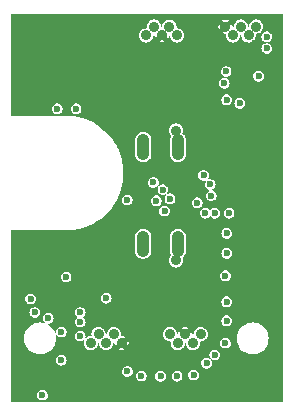
<source format=gbr>
%TF.GenerationSoftware,KiCad,Pcbnew,8.0.3*%
%TF.CreationDate,2024-07-01T18:30:19+03:00*%
%TF.ProjectId,Shield_Emergent_3,53686965-6c64-45f4-956d-657267656e74,rev?*%
%TF.SameCoordinates,Original*%
%TF.FileFunction,Copper,L3,Inr*%
%TF.FilePolarity,Positive*%
%FSLAX46Y46*%
G04 Gerber Fmt 4.6, Leading zero omitted, Abs format (unit mm)*
G04 Created by KiCad (PCBNEW 8.0.3) date 2024-07-01 18:30:19*
%MOMM*%
%LPD*%
G01*
G04 APERTURE LIST*
%TA.AperFunction,ComponentPad*%
%ADD10C,0.900000*%
%TD*%
%TA.AperFunction,ComponentPad*%
%ADD11O,1.100000X2.220000*%
%TD*%
%TA.AperFunction,ViaPad*%
%ADD12C,0.600000*%
%TD*%
G04 APERTURE END LIST*
D10*
%TO.N,*%
%TO.C,X1*%
X16500000Y-10400000D03*
X16500000Y-21400000D03*
D11*
%TO.N,Shield*%
X16670000Y-11800000D03*
X13730000Y-11800000D03*
X16670000Y-20000000D03*
X13730000Y-20000000D03*
%TD*%
D10*
%TO.N,VOUT1*%
%TO.C,J1*%
X23300000Y-1600000D03*
%TO.N,D-*%
X22650000Y-2350000D03*
%TO.N,D+*%
X22000000Y-1600000D03*
%TO.N,unconnected-(J1-ID-Pad4)*%
X21350000Y-2350000D03*
%TO.N,GND*%
X20700000Y-1600000D03*
%TO.N,TX1-*%
X16600000Y-2350000D03*
%TO.N,TX1+*%
X15950000Y-1600000D03*
%TO.N,GND*%
X15300000Y-2350000D03*
%TO.N,RX1-*%
X14650000Y-1600000D03*
%TO.N,RX1+*%
X14000000Y-2350000D03*
%TD*%
%TO.N,VOUT2*%
%TO.C,J3*%
X9300000Y-28400000D03*
%TO.N,2_D-*%
X9950000Y-27650000D03*
%TO.N,2_D+*%
X10600000Y-28400000D03*
%TO.N,unconnected-(J3-ID-Pad4)*%
X11250000Y-27650000D03*
%TO.N,GND*%
X11900000Y-28400000D03*
%TO.N,TX2+*%
X16000000Y-27650000D03*
%TO.N,TX2-*%
X16650000Y-28400000D03*
%TO.N,GND*%
X17300000Y-27650000D03*
%TO.N,RX2-*%
X17950000Y-28400000D03*
%TO.N,RX2+*%
X18600000Y-27650000D03*
%TD*%
D12*
%TO.N,GND*%
X18850000Y-25150000D03*
%TO.N,VBUS*%
X15200000Y-31200000D03*
X16600000Y-31200000D03*
X18000000Y-31100000D03*
X19100000Y-30100000D03*
X19800000Y-29400000D03*
X20700000Y-28400000D03*
X20800000Y-26500000D03*
X20800000Y-24900000D03*
X20700000Y-22700000D03*
X20800000Y-20800000D03*
X20800000Y-19100000D03*
%TO.N,VOUT1*%
X24200000Y-2450000D03*
X24200000Y-3450000D03*
%TO.N,VOUT2*%
X6800000Y-29850000D03*
X6800000Y-27450000D03*
X5700000Y-26300000D03*
X4550000Y-25800000D03*
X4200000Y-24650000D03*
%TO.N,VOUT1*%
X20600000Y-6400000D03*
X20750000Y-5400000D03*
X23500000Y-5800000D03*
X21900000Y-8100000D03*
X20800000Y-7800000D03*
%TO.N,GND*%
X8000000Y-31400000D03*
X14100000Y-25500000D03*
X19400000Y-11200000D03*
X25000000Y-11200000D03*
X22000000Y-30400000D03*
X5350000Y-24300000D03*
X13000000Y-9000000D03*
X21600000Y-13400000D03*
X19400000Y-22200000D03*
X3200000Y-24800000D03*
X15200000Y-3200000D03*
X23750000Y-15500000D03*
X11200000Y-29200000D03*
X13000000Y-8000000D03*
X17800000Y-12600000D03*
X15750000Y-19000000D03*
X18592203Y-1092203D03*
X9100000Y-5250000D03*
X24600000Y-1200000D03*
X8100000Y-29800000D03*
X17400000Y-32600000D03*
X15000000Y-30000000D03*
X12700000Y-9700000D03*
X12600000Y-29300000D03*
X23100000Y-7450000D03*
X12400000Y-25000000D03*
X18800000Y-23100000D03*
X23600000Y-11250000D03*
X13300000Y-10300000D03*
X19000000Y-28600000D03*
X16800000Y-3400000D03*
X22800000Y-13400000D03*
X15500000Y-22800000D03*
X20400000Y-4100000D03*
X12700000Y-31800000D03*
X24200000Y-32400000D03*
X5400000Y-21200000D03*
X4000000Y-8600000D03*
X19200000Y-2500000D03*
X18800000Y-26600000D03*
X20600000Y-13400000D03*
X15700000Y-26800000D03*
X12800000Y-3200000D03*
X12650000Y-19300000D03*
X16500000Y-9400000D03*
X24900000Y-8600000D03*
X19100000Y-7900000D03*
X24300000Y-21600000D03*
X11900000Y-20000000D03*
X22600000Y-25000000D03*
X12600000Y-5200000D03*
X21000000Y-32600000D03*
X14700000Y-8300000D03*
X24300000Y-24800000D03*
X23700000Y-8600000D03*
X22300000Y-19400000D03*
X23200000Y-3000000D03*
X12600000Y-7200000D03*
X14950000Y-27900000D03*
X12250000Y-17900000D03*
X5000000Y-30800000D03*
X12595144Y-11381856D03*
X3200000Y-27500000D03*
X23900000Y-14400000D03*
X13000000Y-28100000D03*
X15300000Y-950000D03*
X17700000Y-21400000D03*
X19800000Y-13400000D03*
X8000000Y-30600000D03*
X5250000Y-25000000D03*
X19600000Y-18900000D03*
X14500000Y-21800000D03*
X12375000Y-13900000D03*
X10400000Y-19200000D03*
X23200000Y-20700000D03*
X18000000Y-5000000D03*
X25000000Y-15550000D03*
X15200000Y-14000000D03*
X13500000Y-1100000D03*
X12200000Y-27400000D03*
X24900000Y-9900000D03*
X12600000Y-22600000D03*
X20300000Y-16100000D03*
X16500000Y-7800000D03*
X16800000Y-30200000D03*
X22000000Y-20800000D03*
X20200000Y-2400000D03*
X12600000Y-2200000D03*
X13000000Y-23450000D03*
X10400000Y-18200000D03*
X19600000Y-1800000D03*
X24550000Y-17950000D03*
X14000000Y-23450000D03*
X23400000Y-23300000D03*
X25100000Y-16650000D03*
X7200000Y-20800000D03*
X16000000Y-7200000D03*
X10500000Y-32200000D03*
X12600000Y-6200000D03*
X17800000Y-2400000D03*
X19300000Y-32400000D03*
X14800000Y-29000000D03*
X25050000Y-6350000D03*
X8200000Y-5200000D03*
X18026999Y-13900000D03*
X24650000Y-19650000D03*
X7200000Y-24150000D03*
X17800000Y-11800000D03*
X14700000Y-9100000D03*
X6800000Y-1400000D03*
X24050000Y-29800000D03*
X4400000Y-20800000D03*
X23600000Y-9900000D03*
X17900000Y-7100000D03*
X15800000Y-32600000D03*
X19200000Y-9000000D03*
X12600000Y-1200000D03*
X17300000Y-29200000D03*
X7250000Y-25900000D03*
X14700000Y-9900000D03*
X12600000Y-20850000D03*
X6800000Y-4000000D03*
X10600000Y-9600000D03*
X9600000Y-21200000D03*
X19600000Y-20600000D03*
X2800000Y-31400000D03*
X25100000Y-13500000D03*
X21100000Y-16150000D03*
X19200000Y-6050000D03*
X14500000Y-21800000D03*
X23000000Y-14800000D03*
X18900000Y-23900000D03*
X17800000Y-1100000D03*
X8000000Y-32200000D03*
X3800000Y-5400000D03*
X16900000Y-1100000D03*
X18600000Y-11000000D03*
X17100000Y-22300000D03*
X15700000Y-21000000D03*
X22300000Y-22300000D03*
X15888069Y-17902560D03*
X3400000Y-7200000D03*
%TO.N,VBUS*%
X14838909Y-16338909D03*
X14600000Y-14800000D03*
X12400000Y-30800000D03*
X19800000Y-17400000D03*
X19000000Y-17400000D03*
X18850000Y-14200000D03*
X15537961Y-17227000D03*
X21000000Y-17400000D03*
X13575000Y-31175000D03*
%TO.N,VOUT2*%
X7200000Y-22800000D03*
X8400000Y-25800000D03*
X10600000Y-24600000D03*
X8400000Y-26600000D03*
X8400000Y-27800000D03*
%TO.N,BTN2*%
X12373001Y-16277709D03*
X8050000Y-8550000D03*
%TO.N,EN1*%
X19404675Y-14970077D03*
%TO.N,EN2*%
X19488909Y-15911091D03*
X16000000Y-16175000D03*
X15400000Y-15400000D03*
%TO.N,BTN1*%
X6450000Y-8550000D03*
X18306587Y-16506587D03*
%TO.N,nFLT2*%
X5200000Y-32800000D03*
%TD*%
%TA.AperFunction,Conductor*%
%TO.N,GND*%
G36*
X25535148Y-514352D02*
G01*
X25549500Y-549000D01*
X25549500Y-33300500D01*
X25535148Y-33335148D01*
X25500500Y-33349500D01*
X2549000Y-33349500D01*
X2514352Y-33335148D01*
X2500000Y-33300500D01*
X2500000Y-32799997D01*
X4744867Y-32799997D01*
X4744867Y-32800002D01*
X4763301Y-32928223D01*
X4817118Y-33046063D01*
X4901951Y-33143967D01*
X5010931Y-33214004D01*
X5080093Y-33234311D01*
X5135223Y-33250499D01*
X5135228Y-33250500D01*
X5264772Y-33250500D01*
X5264776Y-33250499D01*
X5285324Y-33244465D01*
X5389069Y-33214004D01*
X5498049Y-33143967D01*
X5582882Y-33046063D01*
X5636697Y-32928226D01*
X5636697Y-32928224D01*
X5636698Y-32928223D01*
X5655133Y-32800002D01*
X5655133Y-32799997D01*
X5636698Y-32671776D01*
X5629297Y-32655572D01*
X5582882Y-32553937D01*
X5498049Y-32456033D01*
X5389069Y-32385996D01*
X5389066Y-32385995D01*
X5264776Y-32349500D01*
X5264772Y-32349500D01*
X5135228Y-32349500D01*
X5135223Y-32349500D01*
X5010933Y-32385995D01*
X4901950Y-32456033D01*
X4817119Y-32553936D01*
X4817118Y-32553936D01*
X4763301Y-32671776D01*
X4744867Y-32799997D01*
X2500000Y-32799997D01*
X2500000Y-30799997D01*
X11944867Y-30799997D01*
X11944867Y-30800002D01*
X11963301Y-30928223D01*
X12017118Y-31046063D01*
X12101951Y-31143967D01*
X12210931Y-31214004D01*
X12259358Y-31228223D01*
X12335223Y-31250499D01*
X12335228Y-31250500D01*
X12464772Y-31250500D01*
X12464776Y-31250499D01*
X12485324Y-31244465D01*
X12589069Y-31214004D01*
X12649765Y-31174997D01*
X13119867Y-31174997D01*
X13119867Y-31175002D01*
X13138301Y-31303223D01*
X13192118Y-31421063D01*
X13272650Y-31514004D01*
X13276951Y-31518967D01*
X13385931Y-31589004D01*
X13455093Y-31609311D01*
X13510223Y-31625499D01*
X13510228Y-31625500D01*
X13639772Y-31625500D01*
X13639776Y-31625499D01*
X13660324Y-31619465D01*
X13764069Y-31589004D01*
X13873049Y-31518967D01*
X13957882Y-31421063D01*
X14011697Y-31303226D01*
X14011697Y-31303224D01*
X14011698Y-31303223D01*
X14026539Y-31199997D01*
X14744867Y-31199997D01*
X14744867Y-31200002D01*
X14763301Y-31328223D01*
X14805701Y-31421063D01*
X14817118Y-31446063D01*
X14901951Y-31543967D01*
X15010931Y-31614004D01*
X15080093Y-31634311D01*
X15135223Y-31650499D01*
X15135228Y-31650500D01*
X15264772Y-31650500D01*
X15264776Y-31650499D01*
X15285324Y-31644465D01*
X15389069Y-31614004D01*
X15498049Y-31543967D01*
X15582882Y-31446063D01*
X15636697Y-31328226D01*
X15636697Y-31328224D01*
X15636698Y-31328223D01*
X15655133Y-31200002D01*
X15655133Y-31199997D01*
X16144867Y-31199997D01*
X16144867Y-31200002D01*
X16163301Y-31328223D01*
X16205701Y-31421063D01*
X16217118Y-31446063D01*
X16301951Y-31543967D01*
X16410931Y-31614004D01*
X16480093Y-31634311D01*
X16535223Y-31650499D01*
X16535228Y-31650500D01*
X16664772Y-31650500D01*
X16664776Y-31650499D01*
X16685324Y-31644465D01*
X16789069Y-31614004D01*
X16898049Y-31543967D01*
X16982882Y-31446063D01*
X17036697Y-31328226D01*
X17036697Y-31328224D01*
X17036698Y-31328223D01*
X17055133Y-31200002D01*
X17055133Y-31199997D01*
X17040755Y-31099997D01*
X17544867Y-31099997D01*
X17544867Y-31100002D01*
X17563301Y-31228223D01*
X17573475Y-31250500D01*
X17617118Y-31346063D01*
X17701951Y-31443967D01*
X17810931Y-31514004D01*
X17880093Y-31534311D01*
X17935223Y-31550499D01*
X17935228Y-31550500D01*
X18064772Y-31550500D01*
X18064776Y-31550499D01*
X18087025Y-31543966D01*
X18189069Y-31514004D01*
X18298049Y-31443967D01*
X18382882Y-31346063D01*
X18436697Y-31228226D01*
X18436697Y-31228224D01*
X18436698Y-31228223D01*
X18455133Y-31100002D01*
X18455133Y-31099997D01*
X18436698Y-30971776D01*
X18383839Y-30856033D01*
X18382882Y-30853937D01*
X18298049Y-30756033D01*
X18189069Y-30685996D01*
X18189066Y-30685995D01*
X18064776Y-30649500D01*
X18064772Y-30649500D01*
X17935228Y-30649500D01*
X17935223Y-30649500D01*
X17810933Y-30685995D01*
X17701950Y-30756033D01*
X17617119Y-30853936D01*
X17617118Y-30853936D01*
X17563301Y-30971776D01*
X17544867Y-31099997D01*
X17040755Y-31099997D01*
X17036698Y-31071776D01*
X17024955Y-31046063D01*
X16982882Y-30953937D01*
X16898049Y-30856033D01*
X16789069Y-30785996D01*
X16789066Y-30785995D01*
X16664776Y-30749500D01*
X16664772Y-30749500D01*
X16535228Y-30749500D01*
X16535223Y-30749500D01*
X16410933Y-30785995D01*
X16301950Y-30856033D01*
X16217119Y-30953936D01*
X16217118Y-30953936D01*
X16163301Y-31071776D01*
X16144867Y-31199997D01*
X15655133Y-31199997D01*
X15636698Y-31071776D01*
X15624955Y-31046063D01*
X15582882Y-30953937D01*
X15498049Y-30856033D01*
X15389069Y-30785996D01*
X15389066Y-30785995D01*
X15264776Y-30749500D01*
X15264772Y-30749500D01*
X15135228Y-30749500D01*
X15135223Y-30749500D01*
X15010933Y-30785995D01*
X14901950Y-30856033D01*
X14817119Y-30953936D01*
X14817118Y-30953936D01*
X14763301Y-31071776D01*
X14744867Y-31199997D01*
X14026539Y-31199997D01*
X14030133Y-31175002D01*
X14030133Y-31174997D01*
X14011698Y-31046776D01*
X13969299Y-30953937D01*
X13957882Y-30928937D01*
X13873049Y-30831033D01*
X13764069Y-30760996D01*
X13764066Y-30760995D01*
X13639776Y-30724500D01*
X13639772Y-30724500D01*
X13510228Y-30724500D01*
X13510223Y-30724500D01*
X13385933Y-30760995D01*
X13276950Y-30831033D01*
X13192119Y-30928936D01*
X13192118Y-30928936D01*
X13138301Y-31046776D01*
X13119867Y-31174997D01*
X12649765Y-31174997D01*
X12698049Y-31143967D01*
X12782882Y-31046063D01*
X12836697Y-30928226D01*
X12836697Y-30928224D01*
X12836698Y-30928223D01*
X12855133Y-30800002D01*
X12855133Y-30799997D01*
X12836698Y-30671776D01*
X12826525Y-30649500D01*
X12782882Y-30553937D01*
X12698049Y-30456033D01*
X12589069Y-30385996D01*
X12589066Y-30385995D01*
X12464776Y-30349500D01*
X12464772Y-30349500D01*
X12335228Y-30349500D01*
X12335223Y-30349500D01*
X12210933Y-30385995D01*
X12101950Y-30456033D01*
X12017119Y-30553936D01*
X12017118Y-30553936D01*
X11963301Y-30671776D01*
X11944867Y-30799997D01*
X2500000Y-30799997D01*
X2500000Y-29849997D01*
X6344867Y-29849997D01*
X6344867Y-29850001D01*
X6363301Y-29978223D01*
X6417118Y-30096063D01*
X6501951Y-30193967D01*
X6610931Y-30264004D01*
X6680093Y-30284311D01*
X6735223Y-30300499D01*
X6735228Y-30300500D01*
X6864772Y-30300500D01*
X6864776Y-30300499D01*
X6885324Y-30294465D01*
X6989069Y-30264004D01*
X7098049Y-30193967D01*
X7179473Y-30099997D01*
X18644867Y-30099997D01*
X18644867Y-30100002D01*
X18663301Y-30228223D01*
X18679642Y-30264004D01*
X18717118Y-30346063D01*
X18801951Y-30443967D01*
X18910931Y-30514004D01*
X18980093Y-30534311D01*
X19035223Y-30550499D01*
X19035228Y-30550500D01*
X19164772Y-30550500D01*
X19164776Y-30550499D01*
X19185324Y-30544465D01*
X19289069Y-30514004D01*
X19398049Y-30443967D01*
X19482882Y-30346063D01*
X19536697Y-30228226D01*
X19536697Y-30228224D01*
X19536698Y-30228223D01*
X19555133Y-30100002D01*
X19555133Y-30099997D01*
X19536698Y-29971776D01*
X19529297Y-29955572D01*
X19482882Y-29853937D01*
X19479903Y-29850499D01*
X19467060Y-29835676D01*
X19455217Y-29800092D01*
X19472005Y-29766557D01*
X19507589Y-29754714D01*
X19530583Y-29762368D01*
X19572079Y-29789035D01*
X19610931Y-29814004D01*
X19684741Y-29835676D01*
X19735223Y-29850499D01*
X19735228Y-29850500D01*
X19864772Y-29850500D01*
X19864776Y-29850499D01*
X19885324Y-29844465D01*
X19989069Y-29814004D01*
X20098049Y-29743967D01*
X20182882Y-29646063D01*
X20236697Y-29528226D01*
X20236697Y-29528224D01*
X20236698Y-29528223D01*
X20255133Y-29400002D01*
X20255133Y-29399997D01*
X20236698Y-29271776D01*
X20192061Y-29174036D01*
X20182882Y-29153937D01*
X20098049Y-29056033D01*
X19989069Y-28985996D01*
X19984165Y-28984556D01*
X19864776Y-28949500D01*
X19864772Y-28949500D01*
X19735228Y-28949500D01*
X19735223Y-28949500D01*
X19610933Y-28985995D01*
X19501950Y-29056033D01*
X19417119Y-29153936D01*
X19417118Y-29153936D01*
X19363301Y-29271776D01*
X19344867Y-29399997D01*
X19344867Y-29400002D01*
X19363301Y-29528223D01*
X19417118Y-29646063D01*
X19432940Y-29664323D01*
X19444782Y-29699907D01*
X19427994Y-29733443D01*
X19392410Y-29745285D01*
X19369416Y-29737632D01*
X19362898Y-29733443D01*
X19289069Y-29685996D01*
X19289066Y-29685995D01*
X19164776Y-29649500D01*
X19164772Y-29649500D01*
X19035228Y-29649500D01*
X19035223Y-29649500D01*
X18910933Y-29685995D01*
X18801950Y-29756033D01*
X18717119Y-29853936D01*
X18717118Y-29853936D01*
X18663301Y-29971776D01*
X18644867Y-30099997D01*
X7179473Y-30099997D01*
X7182882Y-30096063D01*
X7236697Y-29978226D01*
X7236697Y-29978224D01*
X7236698Y-29978223D01*
X7255133Y-29850001D01*
X7255133Y-29849997D01*
X7236698Y-29721776D01*
X7226711Y-29699907D01*
X7182882Y-29603937D01*
X7098049Y-29506033D01*
X6989069Y-29435996D01*
X6989066Y-29435995D01*
X6864776Y-29399500D01*
X6864772Y-29399500D01*
X6735228Y-29399500D01*
X6735223Y-29399500D01*
X6610933Y-29435995D01*
X6501950Y-29506033D01*
X6417119Y-29603936D01*
X6417118Y-29603936D01*
X6363301Y-29721776D01*
X6344867Y-29849997D01*
X2500000Y-29849997D01*
X2500000Y-28000000D01*
X3644341Y-28000000D01*
X3664937Y-28235410D01*
X3664938Y-28235416D01*
X3726094Y-28463655D01*
X3726095Y-28463660D01*
X3825963Y-28677828D01*
X3825970Y-28677840D01*
X3961500Y-28871395D01*
X3961506Y-28871402D01*
X4128597Y-29038493D01*
X4128604Y-29038499D01*
X4322159Y-29174029D01*
X4322171Y-29174036D01*
X4536339Y-29273904D01*
X4536344Y-29273905D01*
X4764583Y-29335061D01*
X4764587Y-29335061D01*
X4764592Y-29335063D01*
X5000000Y-29355659D01*
X5235408Y-29335063D01*
X5235414Y-29335061D01*
X5235416Y-29335061D01*
X5349535Y-29304483D01*
X5463657Y-29273904D01*
X5463660Y-29273904D01*
X5463660Y-29273903D01*
X5463663Y-29273903D01*
X5677830Y-29174035D01*
X5677831Y-29174034D01*
X5677840Y-29174029D01*
X5871395Y-29038499D01*
X5871401Y-29038495D01*
X6038495Y-28871401D01*
X6082943Y-28807923D01*
X6174029Y-28677840D01*
X6174036Y-28677828D01*
X6230490Y-28556762D01*
X6273903Y-28463663D01*
X6305558Y-28345523D01*
X6335061Y-28235416D01*
X6335062Y-28235410D01*
X6335063Y-28235408D01*
X6355659Y-28000000D01*
X6335063Y-27764592D01*
X6326032Y-27730887D01*
X6330926Y-27693707D01*
X6360679Y-27670876D01*
X6397861Y-27675770D01*
X6414220Y-27693759D01*
X6415224Y-27693115D01*
X6417115Y-27696057D01*
X6417118Y-27696063D01*
X6501951Y-27793967D01*
X6610931Y-27864004D01*
X6680093Y-27884311D01*
X6735223Y-27900499D01*
X6735228Y-27900500D01*
X6864772Y-27900500D01*
X6864776Y-27900499D01*
X6900328Y-27890060D01*
X6989069Y-27864004D01*
X7088666Y-27799997D01*
X7944867Y-27799997D01*
X7944867Y-27800002D01*
X7963301Y-27928223D01*
X8017118Y-28046063D01*
X8081568Y-28120444D01*
X8101951Y-28143967D01*
X8210931Y-28214004D01*
X8280093Y-28234311D01*
X8335223Y-28250499D01*
X8335228Y-28250500D01*
X8464772Y-28250500D01*
X8464776Y-28250499D01*
X8493245Y-28242139D01*
X8589069Y-28214004D01*
X8645478Y-28177751D01*
X8682384Y-28171093D01*
X8713190Y-28192481D01*
X8719849Y-28229388D01*
X8717241Y-28237720D01*
X8714955Y-28243238D01*
X8694318Y-28400000D01*
X8714955Y-28556761D01*
X8775461Y-28702836D01*
X8775464Y-28702841D01*
X8871718Y-28828282D01*
X8997159Y-28924536D01*
X8997161Y-28924536D01*
X8997163Y-28924538D01*
X9039470Y-28942062D01*
X9143238Y-28985044D01*
X9300000Y-29005682D01*
X9456762Y-28985044D01*
X9602841Y-28924536D01*
X9728282Y-28828282D01*
X9824536Y-28702841D01*
X9885044Y-28556762D01*
X9901419Y-28432379D01*
X9920171Y-28399902D01*
X9956396Y-28390195D01*
X9988874Y-28408947D01*
X9998581Y-28432380D01*
X10014955Y-28556761D01*
X10075461Y-28702836D01*
X10075464Y-28702841D01*
X10171718Y-28828282D01*
X10297159Y-28924536D01*
X10297161Y-28924536D01*
X10297163Y-28924538D01*
X10339470Y-28942062D01*
X10443238Y-28985044D01*
X10600000Y-29005682D01*
X10756762Y-28985044D01*
X10902841Y-28924536D01*
X11028282Y-28828282D01*
X11124536Y-28702841D01*
X11185044Y-28556762D01*
X11201671Y-28430460D01*
X11220422Y-28397983D01*
X11256647Y-28388276D01*
X11289126Y-28407027D01*
X11298833Y-28430461D01*
X11315443Y-28556630D01*
X11357936Y-28659218D01*
X11357937Y-28659218D01*
X11600000Y-28417155D01*
X11600000Y-28439496D01*
X11620444Y-28515796D01*
X11659940Y-28584205D01*
X11715795Y-28640060D01*
X11784204Y-28679556D01*
X11860504Y-28700000D01*
X11882843Y-28700000D01*
X11640780Y-28942061D01*
X11743371Y-28984556D01*
X11900000Y-29005176D01*
X12056628Y-28984556D01*
X12056632Y-28984555D01*
X12159218Y-28942062D01*
X12159218Y-28942061D01*
X11917157Y-28700000D01*
X11939496Y-28700000D01*
X12015796Y-28679556D01*
X12084205Y-28640060D01*
X12140060Y-28584205D01*
X12179556Y-28515796D01*
X12200000Y-28439496D01*
X12200000Y-28417157D01*
X12442061Y-28659218D01*
X12442062Y-28659218D01*
X12484555Y-28556632D01*
X12484556Y-28556628D01*
X12505176Y-28400000D01*
X12484556Y-28243371D01*
X12442061Y-28140780D01*
X12200000Y-28382841D01*
X12200000Y-28360504D01*
X12179556Y-28284204D01*
X12140060Y-28215795D01*
X12084205Y-28159940D01*
X12015796Y-28120444D01*
X11939496Y-28100000D01*
X11917157Y-28100000D01*
X12159218Y-27857937D01*
X12159218Y-27857936D01*
X12056630Y-27815443D01*
X11899999Y-27794823D01*
X11899992Y-27794823D01*
X11898797Y-27794980D01*
X11898212Y-27794823D01*
X11896789Y-27794823D01*
X11896789Y-27794441D01*
X11862574Y-27785265D01*
X11843831Y-27752782D01*
X11843831Y-27740010D01*
X11855682Y-27650000D01*
X15394318Y-27650000D01*
X15414955Y-27806761D01*
X15475461Y-27952836D01*
X15475464Y-27952841D01*
X15546995Y-28046063D01*
X15571718Y-28078282D01*
X15697159Y-28174536D01*
X15697161Y-28174536D01*
X15697163Y-28174538D01*
X15792443Y-28214004D01*
X15843238Y-28235044D01*
X16000000Y-28255682D01*
X16001122Y-28255534D01*
X16001673Y-28255682D01*
X16003212Y-28255682D01*
X16003212Y-28256094D01*
X16037346Y-28265240D01*
X16056099Y-28297718D01*
X16056099Y-28310510D01*
X16044318Y-28399999D01*
X16064955Y-28556761D01*
X16125461Y-28702836D01*
X16125464Y-28702841D01*
X16221718Y-28828282D01*
X16347159Y-28924536D01*
X16347161Y-28924536D01*
X16347163Y-28924538D01*
X16389470Y-28942062D01*
X16493238Y-28985044D01*
X16650000Y-29005682D01*
X16806762Y-28985044D01*
X16952841Y-28924536D01*
X17078282Y-28828282D01*
X17174536Y-28702841D01*
X17235044Y-28556762D01*
X17251419Y-28432379D01*
X17270171Y-28399902D01*
X17306396Y-28390195D01*
X17338874Y-28408947D01*
X17348581Y-28432380D01*
X17364955Y-28556761D01*
X17425461Y-28702836D01*
X17425464Y-28702841D01*
X17521718Y-28828282D01*
X17647159Y-28924536D01*
X17647161Y-28924536D01*
X17647163Y-28924538D01*
X17689470Y-28942062D01*
X17793238Y-28985044D01*
X17950000Y-29005682D01*
X18106762Y-28985044D01*
X18252841Y-28924536D01*
X18378282Y-28828282D01*
X18474536Y-28702841D01*
X18535044Y-28556762D01*
X18555682Y-28400000D01*
X18555682Y-28399997D01*
X20244867Y-28399997D01*
X20244867Y-28400002D01*
X20263301Y-28528223D01*
X20317118Y-28646063D01*
X20344652Y-28677840D01*
X20401951Y-28743967D01*
X20510931Y-28814004D01*
X20559559Y-28828282D01*
X20635223Y-28850499D01*
X20635228Y-28850500D01*
X20764772Y-28850500D01*
X20764776Y-28850499D01*
X20785324Y-28844465D01*
X20889069Y-28814004D01*
X20998049Y-28743967D01*
X21082882Y-28646063D01*
X21136697Y-28528226D01*
X21136697Y-28528224D01*
X21136698Y-28528223D01*
X21155133Y-28400002D01*
X21155133Y-28399997D01*
X21136698Y-28271776D01*
X21110314Y-28214004D01*
X21082882Y-28153937D01*
X20998049Y-28056033D01*
X20910860Y-28000000D01*
X21644341Y-28000000D01*
X21664937Y-28235410D01*
X21664938Y-28235416D01*
X21726094Y-28463655D01*
X21726095Y-28463660D01*
X21825963Y-28677828D01*
X21825970Y-28677840D01*
X21961500Y-28871395D01*
X21961506Y-28871402D01*
X22128597Y-29038493D01*
X22128604Y-29038499D01*
X22322159Y-29174029D01*
X22322171Y-29174036D01*
X22536339Y-29273904D01*
X22536344Y-29273905D01*
X22764583Y-29335061D01*
X22764587Y-29335061D01*
X22764592Y-29335063D01*
X23000000Y-29355659D01*
X23235408Y-29335063D01*
X23235414Y-29335061D01*
X23235416Y-29335061D01*
X23349535Y-29304483D01*
X23463657Y-29273904D01*
X23463660Y-29273904D01*
X23463660Y-29273903D01*
X23463663Y-29273903D01*
X23677830Y-29174035D01*
X23677831Y-29174034D01*
X23677840Y-29174029D01*
X23871395Y-29038499D01*
X23871401Y-29038495D01*
X24038495Y-28871401D01*
X24082943Y-28807923D01*
X24174029Y-28677840D01*
X24174036Y-28677828D01*
X24230490Y-28556762D01*
X24273903Y-28463663D01*
X24305558Y-28345523D01*
X24335061Y-28235416D01*
X24335062Y-28235410D01*
X24335063Y-28235408D01*
X24355659Y-28000000D01*
X24335063Y-27764592D01*
X24328474Y-27740002D01*
X24273905Y-27536344D01*
X24273904Y-27536339D01*
X24174036Y-27322172D01*
X24174028Y-27322160D01*
X24038499Y-27128604D01*
X24038493Y-27128597D01*
X23871402Y-26961506D01*
X23871395Y-26961500D01*
X23677840Y-26825970D01*
X23677828Y-26825963D01*
X23463660Y-26726095D01*
X23463655Y-26726094D01*
X23235416Y-26664938D01*
X23235410Y-26664937D01*
X23000000Y-26644341D01*
X22764589Y-26664937D01*
X22764583Y-26664938D01*
X22536344Y-26726094D01*
X22536339Y-26726095D01*
X22322172Y-26825963D01*
X22322160Y-26825971D01*
X22128604Y-26961500D01*
X22128597Y-26961506D01*
X21961506Y-27128597D01*
X21961500Y-27128604D01*
X21825971Y-27322160D01*
X21825963Y-27322172D01*
X21726095Y-27536339D01*
X21726094Y-27536344D01*
X21664938Y-27764583D01*
X21664937Y-27764589D01*
X21644341Y-28000000D01*
X20910860Y-28000000D01*
X20889069Y-27985996D01*
X20889066Y-27985995D01*
X20764776Y-27949500D01*
X20764772Y-27949500D01*
X20635228Y-27949500D01*
X20635223Y-27949500D01*
X20510933Y-27985995D01*
X20401950Y-28056033D01*
X20317119Y-28153936D01*
X20317118Y-28153936D01*
X20263301Y-28271776D01*
X20244867Y-28399997D01*
X18555682Y-28399997D01*
X18543900Y-28310510D01*
X18553607Y-28274286D01*
X18586085Y-28255534D01*
X18598876Y-28255534D01*
X18600000Y-28255682D01*
X18756762Y-28235044D01*
X18902841Y-28174536D01*
X19028282Y-28078282D01*
X19124536Y-27952841D01*
X19185044Y-27806762D01*
X19205682Y-27650000D01*
X19185044Y-27493238D01*
X19150541Y-27409940D01*
X19124538Y-27347163D01*
X19124535Y-27347158D01*
X19105353Y-27322160D01*
X19028282Y-27221718D01*
X19005109Y-27203937D01*
X18902841Y-27125464D01*
X18902836Y-27125461D01*
X18756761Y-27064955D01*
X18600000Y-27044318D01*
X18443238Y-27064955D01*
X18297163Y-27125461D01*
X18297158Y-27125464D01*
X18171718Y-27221717D01*
X18171717Y-27221718D01*
X18075464Y-27347158D01*
X18075461Y-27347163D01*
X18014955Y-27493238D01*
X17998328Y-27619538D01*
X17979576Y-27652016D01*
X17943351Y-27661723D01*
X17910873Y-27642971D01*
X17901166Y-27619538D01*
X17884556Y-27493370D01*
X17842061Y-27390780D01*
X17600000Y-27632841D01*
X17600000Y-27610504D01*
X17579556Y-27534204D01*
X17540060Y-27465795D01*
X17484205Y-27409940D01*
X17415796Y-27370444D01*
X17339496Y-27350000D01*
X17317158Y-27350000D01*
X17559218Y-27107937D01*
X17559218Y-27107936D01*
X17456630Y-27065443D01*
X17300000Y-27044823D01*
X17143369Y-27065443D01*
X17040780Y-27107936D01*
X17040780Y-27107937D01*
X17282843Y-27350000D01*
X17260504Y-27350000D01*
X17184204Y-27370444D01*
X17115795Y-27409940D01*
X17059940Y-27465795D01*
X17020444Y-27534204D01*
X17000000Y-27610504D01*
X17000000Y-27632843D01*
X16757937Y-27390780D01*
X16757936Y-27390780D01*
X16715443Y-27493369D01*
X16698833Y-27619538D01*
X16680081Y-27652016D01*
X16643856Y-27661723D01*
X16611378Y-27642971D01*
X16601671Y-27619538D01*
X16585044Y-27493238D01*
X16550541Y-27409940D01*
X16524538Y-27347163D01*
X16524535Y-27347158D01*
X16505353Y-27322160D01*
X16428282Y-27221718D01*
X16405109Y-27203937D01*
X16302841Y-27125464D01*
X16302836Y-27125461D01*
X16156761Y-27064955D01*
X16000000Y-27044318D01*
X15843238Y-27064955D01*
X15697163Y-27125461D01*
X15697158Y-27125464D01*
X15571718Y-27221717D01*
X15571717Y-27221718D01*
X15475464Y-27347158D01*
X15475461Y-27347163D01*
X15414955Y-27493238D01*
X15394318Y-27650000D01*
X11855682Y-27650000D01*
X11835044Y-27493238D01*
X11800541Y-27409940D01*
X11774538Y-27347163D01*
X11774535Y-27347158D01*
X11755353Y-27322160D01*
X11678282Y-27221718D01*
X11655109Y-27203937D01*
X11552841Y-27125464D01*
X11552836Y-27125461D01*
X11406761Y-27064955D01*
X11250000Y-27044318D01*
X11093238Y-27064955D01*
X10947163Y-27125461D01*
X10947158Y-27125464D01*
X10821718Y-27221717D01*
X10821717Y-27221718D01*
X10725464Y-27347158D01*
X10725461Y-27347163D01*
X10664955Y-27493238D01*
X10648581Y-27617619D01*
X10629829Y-27650097D01*
X10593604Y-27659804D01*
X10561126Y-27641052D01*
X10551419Y-27617619D01*
X10535044Y-27493238D01*
X10474538Y-27347163D01*
X10474535Y-27347158D01*
X10455353Y-27322160D01*
X10378282Y-27221718D01*
X10355109Y-27203937D01*
X10252841Y-27125464D01*
X10252836Y-27125461D01*
X10106761Y-27064955D01*
X9950000Y-27044318D01*
X9793238Y-27064955D01*
X9647163Y-27125461D01*
X9647158Y-27125464D01*
X9521718Y-27221717D01*
X9521717Y-27221718D01*
X9425464Y-27347158D01*
X9425461Y-27347163D01*
X9364955Y-27493238D01*
X9344318Y-27650000D01*
X9356099Y-27739488D01*
X9346392Y-27775714D01*
X9313914Y-27794465D01*
X9301134Y-27794466D01*
X9300008Y-27794318D01*
X9300001Y-27794318D01*
X9300000Y-27794318D01*
X9294972Y-27794980D01*
X9143238Y-27814955D01*
X8997163Y-27875461D01*
X8920778Y-27934073D01*
X8884553Y-27943779D01*
X8852074Y-27925027D01*
X8842368Y-27888802D01*
X8842448Y-27888224D01*
X8845931Y-27864004D01*
X8854161Y-27806761D01*
X8855133Y-27800001D01*
X8855133Y-27799997D01*
X8836698Y-27671776D01*
X8823543Y-27642971D01*
X8782882Y-27553937D01*
X8698049Y-27456033D01*
X8589069Y-27385996D01*
X8589066Y-27385995D01*
X8464776Y-27349500D01*
X8464772Y-27349500D01*
X8335228Y-27349500D01*
X8335223Y-27349500D01*
X8210933Y-27385995D01*
X8101950Y-27456033D01*
X8017119Y-27553936D01*
X8017118Y-27553936D01*
X7963301Y-27671776D01*
X7944867Y-27799997D01*
X7088666Y-27799997D01*
X7098049Y-27793967D01*
X7182882Y-27696063D01*
X7236697Y-27578226D01*
X7236697Y-27578224D01*
X7236698Y-27578223D01*
X7255133Y-27450002D01*
X7255133Y-27449997D01*
X7236698Y-27321776D01*
X7191002Y-27221717D01*
X7182882Y-27203937D01*
X7098049Y-27106033D01*
X6989069Y-27035996D01*
X6989066Y-27035995D01*
X6864776Y-26999500D01*
X6864772Y-26999500D01*
X6735228Y-26999500D01*
X6735223Y-26999500D01*
X6610933Y-27035995D01*
X6501950Y-27106033D01*
X6417119Y-27203936D01*
X6417118Y-27203936D01*
X6363301Y-27321776D01*
X6344867Y-27449997D01*
X6344867Y-27450002D01*
X6347276Y-27466759D01*
X6338001Y-27503097D01*
X6305748Y-27522233D01*
X6269410Y-27512958D01*
X6254366Y-27494440D01*
X6174036Y-27322172D01*
X6174028Y-27322160D01*
X6038499Y-27128604D01*
X6038493Y-27128597D01*
X5871402Y-26961506D01*
X5871395Y-26961500D01*
X5697359Y-26839638D01*
X5677208Y-26808009D01*
X5685326Y-26771395D01*
X5716955Y-26751244D01*
X5725464Y-26750500D01*
X5764772Y-26750500D01*
X5764776Y-26750499D01*
X5785324Y-26744465D01*
X5889069Y-26714004D01*
X5998049Y-26643967D01*
X6082882Y-26546063D01*
X6136697Y-26428226D01*
X6136697Y-26428224D01*
X6136698Y-26428223D01*
X6155133Y-26300002D01*
X6155133Y-26299997D01*
X6136698Y-26171776D01*
X6097523Y-26085996D01*
X6082882Y-26053937D01*
X5998049Y-25956033D01*
X5889069Y-25885996D01*
X5889066Y-25885995D01*
X5764776Y-25849500D01*
X5764772Y-25849500D01*
X5635228Y-25849500D01*
X5635223Y-25849500D01*
X5510933Y-25885995D01*
X5401950Y-25956033D01*
X5317119Y-26053936D01*
X5317118Y-26053936D01*
X5263301Y-26171776D01*
X5244867Y-26299997D01*
X5244867Y-26300002D01*
X5263301Y-26428223D01*
X5317118Y-26546063D01*
X5371318Y-26608614D01*
X5383161Y-26644198D01*
X5366374Y-26677734D01*
X5330790Y-26689577D01*
X5321604Y-26688032D01*
X5235416Y-26664938D01*
X5235410Y-26664937D01*
X5000000Y-26644341D01*
X4764589Y-26664937D01*
X4764583Y-26664938D01*
X4536344Y-26726094D01*
X4536339Y-26726095D01*
X4322172Y-26825963D01*
X4322160Y-26825971D01*
X4128604Y-26961500D01*
X4128597Y-26961506D01*
X3961506Y-27128597D01*
X3961500Y-27128604D01*
X3825971Y-27322160D01*
X3825963Y-27322172D01*
X3726095Y-27536339D01*
X3726094Y-27536344D01*
X3664938Y-27764583D01*
X3664937Y-27764589D01*
X3644341Y-28000000D01*
X2500000Y-28000000D01*
X2500000Y-25799997D01*
X4094867Y-25799997D01*
X4094867Y-25800002D01*
X4113301Y-25928223D01*
X4126002Y-25956033D01*
X4167118Y-26046063D01*
X4251951Y-26143967D01*
X4360931Y-26214004D01*
X4430093Y-26234311D01*
X4485223Y-26250499D01*
X4485228Y-26250500D01*
X4614772Y-26250500D01*
X4614776Y-26250499D01*
X4635324Y-26244465D01*
X4739069Y-26214004D01*
X4848049Y-26143967D01*
X4932882Y-26046063D01*
X4986697Y-25928226D01*
X4986697Y-25928224D01*
X4986698Y-25928223D01*
X5005133Y-25800002D01*
X5005133Y-25799997D01*
X7944867Y-25799997D01*
X7944867Y-25800002D01*
X7963301Y-25928223D01*
X8017118Y-26046063D01*
X8101951Y-26143968D01*
X8101953Y-26143970D01*
X8124997Y-26158779D01*
X8146386Y-26189584D01*
X8139727Y-26226491D01*
X8124997Y-26241221D01*
X8101953Y-26256029D01*
X8101951Y-26256031D01*
X8017119Y-26353936D01*
X8017118Y-26353936D01*
X7963301Y-26471776D01*
X7944867Y-26599997D01*
X7944867Y-26600002D01*
X7963301Y-26728223D01*
X8007939Y-26825965D01*
X8017118Y-26846063D01*
X8101951Y-26943967D01*
X8210931Y-27014004D01*
X8280093Y-27034311D01*
X8335223Y-27050499D01*
X8335228Y-27050500D01*
X8464772Y-27050500D01*
X8464776Y-27050499D01*
X8485826Y-27044318D01*
X8589069Y-27014004D01*
X8698049Y-26943967D01*
X8782882Y-26846063D01*
X8836697Y-26728226D01*
X8836697Y-26728224D01*
X8836698Y-26728223D01*
X8855133Y-26600002D01*
X8855133Y-26599997D01*
X8840755Y-26499997D01*
X20344867Y-26499997D01*
X20344867Y-26500002D01*
X20363301Y-26628223D01*
X20390616Y-26688032D01*
X20417118Y-26746063D01*
X20501951Y-26843967D01*
X20610931Y-26914004D01*
X20680093Y-26934311D01*
X20735223Y-26950499D01*
X20735228Y-26950500D01*
X20864772Y-26950500D01*
X20864776Y-26950499D01*
X20887025Y-26943966D01*
X20989069Y-26914004D01*
X21098049Y-26843967D01*
X21182882Y-26746063D01*
X21236697Y-26628226D01*
X21236697Y-26628224D01*
X21236698Y-26628223D01*
X21255133Y-26500002D01*
X21255133Y-26499997D01*
X21236698Y-26371776D01*
X21203919Y-26300002D01*
X21182882Y-26253937D01*
X21098049Y-26156033D01*
X20989069Y-26085996D01*
X20989066Y-26085995D01*
X20864776Y-26049500D01*
X20864772Y-26049500D01*
X20735228Y-26049500D01*
X20735223Y-26049500D01*
X20610933Y-26085995D01*
X20501950Y-26156033D01*
X20417119Y-26253936D01*
X20417118Y-26253936D01*
X20363301Y-26371776D01*
X20344867Y-26499997D01*
X8840755Y-26499997D01*
X8836698Y-26471776D01*
X8816808Y-26428223D01*
X8782882Y-26353937D01*
X8698049Y-26256033D01*
X8675001Y-26241221D01*
X8653613Y-26210417D01*
X8660271Y-26173509D01*
X8675002Y-26158778D01*
X8698049Y-26143967D01*
X8782882Y-26046063D01*
X8836697Y-25928226D01*
X8836697Y-25928224D01*
X8836698Y-25928223D01*
X8855133Y-25800002D01*
X8855133Y-25799997D01*
X8836698Y-25671776D01*
X8829297Y-25655572D01*
X8782882Y-25553937D01*
X8698049Y-25456033D01*
X8589069Y-25385996D01*
X8589066Y-25385995D01*
X8464776Y-25349500D01*
X8464772Y-25349500D01*
X8335228Y-25349500D01*
X8335223Y-25349500D01*
X8210933Y-25385995D01*
X8101950Y-25456033D01*
X8017119Y-25553936D01*
X8017118Y-25553936D01*
X7963301Y-25671776D01*
X7944867Y-25799997D01*
X5005133Y-25799997D01*
X4986698Y-25671776D01*
X4979297Y-25655572D01*
X4932882Y-25553937D01*
X4848049Y-25456033D01*
X4739069Y-25385996D01*
X4739066Y-25385995D01*
X4614776Y-25349500D01*
X4614772Y-25349500D01*
X4485228Y-25349500D01*
X4485223Y-25349500D01*
X4360933Y-25385995D01*
X4251950Y-25456033D01*
X4167119Y-25553936D01*
X4167118Y-25553936D01*
X4113301Y-25671776D01*
X4094867Y-25799997D01*
X2500000Y-25799997D01*
X2500000Y-24649997D01*
X3744867Y-24649997D01*
X3744867Y-24650002D01*
X3763301Y-24778223D01*
X3817118Y-24896063D01*
X3858625Y-24943966D01*
X3901951Y-24993967D01*
X4010931Y-25064004D01*
X4080093Y-25084311D01*
X4135223Y-25100499D01*
X4135228Y-25100500D01*
X4264772Y-25100500D01*
X4264776Y-25100499D01*
X4285324Y-25094465D01*
X4389069Y-25064004D01*
X4498049Y-24993967D01*
X4582882Y-24896063D01*
X4636697Y-24778226D01*
X4636697Y-24778224D01*
X4636698Y-24778223D01*
X4655133Y-24650002D01*
X4655133Y-24649997D01*
X4647944Y-24599997D01*
X10144867Y-24599997D01*
X10144867Y-24600002D01*
X10163301Y-24728223D01*
X10217118Y-24846063D01*
X10301951Y-24943967D01*
X10410931Y-25014004D01*
X10459358Y-25028223D01*
X10535223Y-25050499D01*
X10535228Y-25050500D01*
X10664772Y-25050500D01*
X10664776Y-25050499D01*
X10685324Y-25044465D01*
X10789069Y-25014004D01*
X10898049Y-24943967D01*
X10936149Y-24899997D01*
X20344867Y-24899997D01*
X20344867Y-24900002D01*
X20363301Y-25028223D01*
X20373475Y-25050500D01*
X20417118Y-25146063D01*
X20501951Y-25243967D01*
X20610931Y-25314004D01*
X20680093Y-25334311D01*
X20735223Y-25350499D01*
X20735228Y-25350500D01*
X20864772Y-25350500D01*
X20864776Y-25350499D01*
X20885324Y-25344465D01*
X20989069Y-25314004D01*
X21098049Y-25243967D01*
X21182882Y-25146063D01*
X21236697Y-25028226D01*
X21236697Y-25028224D01*
X21236698Y-25028223D01*
X21255133Y-24900002D01*
X21255133Y-24899997D01*
X21236698Y-24771776D01*
X21216808Y-24728223D01*
X21182882Y-24653937D01*
X21098049Y-24556033D01*
X20989069Y-24485996D01*
X20989066Y-24485995D01*
X20864776Y-24449500D01*
X20864772Y-24449500D01*
X20735228Y-24449500D01*
X20735223Y-24449500D01*
X20610933Y-24485995D01*
X20501950Y-24556033D01*
X20417119Y-24653936D01*
X20417118Y-24653936D01*
X20363301Y-24771776D01*
X20344867Y-24899997D01*
X10936149Y-24899997D01*
X10982882Y-24846063D01*
X11036697Y-24728226D01*
X11036697Y-24728224D01*
X11036698Y-24728223D01*
X11055133Y-24600002D01*
X11055133Y-24599997D01*
X11036698Y-24471776D01*
X11026525Y-24449500D01*
X10982882Y-24353937D01*
X10898049Y-24256033D01*
X10789069Y-24185996D01*
X10789066Y-24185995D01*
X10664776Y-24149500D01*
X10664772Y-24149500D01*
X10535228Y-24149500D01*
X10535223Y-24149500D01*
X10410933Y-24185995D01*
X10301950Y-24256033D01*
X10217119Y-24353936D01*
X10217118Y-24353936D01*
X10163301Y-24471776D01*
X10144867Y-24599997D01*
X4647944Y-24599997D01*
X4636698Y-24521776D01*
X4629297Y-24505572D01*
X4582882Y-24403937D01*
X4498049Y-24306033D01*
X4389069Y-24235996D01*
X4389066Y-24235995D01*
X4264776Y-24199500D01*
X4264772Y-24199500D01*
X4135228Y-24199500D01*
X4135223Y-24199500D01*
X4010933Y-24235995D01*
X3901950Y-24306033D01*
X3817119Y-24403936D01*
X3817118Y-24403936D01*
X3763301Y-24521776D01*
X3744867Y-24649997D01*
X2500000Y-24649997D01*
X2500000Y-22799997D01*
X6744867Y-22799997D01*
X6744867Y-22800002D01*
X6763301Y-22928223D01*
X6816160Y-23043966D01*
X6817118Y-23046063D01*
X6901951Y-23143967D01*
X7010931Y-23214004D01*
X7080093Y-23234311D01*
X7135223Y-23250499D01*
X7135228Y-23250500D01*
X7264772Y-23250500D01*
X7264776Y-23250499D01*
X7285324Y-23244465D01*
X7389069Y-23214004D01*
X7498049Y-23143967D01*
X7582882Y-23046063D01*
X7636697Y-22928226D01*
X7636697Y-22928224D01*
X7636698Y-22928223D01*
X7655133Y-22800002D01*
X7655133Y-22799997D01*
X7640755Y-22699997D01*
X20244867Y-22699997D01*
X20244867Y-22700002D01*
X20263301Y-22828223D01*
X20308971Y-22928223D01*
X20317118Y-22946063D01*
X20401951Y-23043967D01*
X20510931Y-23114004D01*
X20580093Y-23134311D01*
X20635223Y-23150499D01*
X20635228Y-23150500D01*
X20764772Y-23150500D01*
X20764776Y-23150499D01*
X20787025Y-23143966D01*
X20889069Y-23114004D01*
X20998049Y-23043967D01*
X21082882Y-22946063D01*
X21136697Y-22828226D01*
X21136697Y-22828224D01*
X21136698Y-22828223D01*
X21155133Y-22700002D01*
X21155133Y-22699997D01*
X21136698Y-22571776D01*
X21083839Y-22456033D01*
X21082882Y-22453937D01*
X20998049Y-22356033D01*
X20889069Y-22285996D01*
X20889066Y-22285995D01*
X20764776Y-22249500D01*
X20764772Y-22249500D01*
X20635228Y-22249500D01*
X20635223Y-22249500D01*
X20510933Y-22285995D01*
X20401950Y-22356033D01*
X20317119Y-22453936D01*
X20317118Y-22453936D01*
X20263301Y-22571776D01*
X20244867Y-22699997D01*
X7640755Y-22699997D01*
X7636698Y-22671776D01*
X7629297Y-22655572D01*
X7582882Y-22553937D01*
X7498049Y-22456033D01*
X7389069Y-22385996D01*
X7389066Y-22385995D01*
X7264776Y-22349500D01*
X7264772Y-22349500D01*
X7135228Y-22349500D01*
X7135223Y-22349500D01*
X7010933Y-22385995D01*
X6901950Y-22456033D01*
X6817119Y-22553936D01*
X6817118Y-22553936D01*
X6763301Y-22671776D01*
X6744867Y-22799997D01*
X2500000Y-22799997D01*
X2500000Y-21400000D01*
X15894318Y-21400000D01*
X15914955Y-21556761D01*
X15975461Y-21702836D01*
X15975464Y-21702841D01*
X16071718Y-21828282D01*
X16197159Y-21924536D01*
X16197161Y-21924536D01*
X16197163Y-21924538D01*
X16343238Y-21985044D01*
X16500000Y-22005682D01*
X16656762Y-21985044D01*
X16802841Y-21924536D01*
X16928282Y-21828282D01*
X17024536Y-21702841D01*
X17085044Y-21556762D01*
X17105682Y-21400000D01*
X17085044Y-21243238D01*
X17062125Y-21187907D01*
X17062125Y-21150405D01*
X17080170Y-21128416D01*
X17116542Y-21104114D01*
X17214114Y-21006542D01*
X17290775Y-20891811D01*
X17328805Y-20799997D01*
X20344867Y-20799997D01*
X20344867Y-20800002D01*
X20363301Y-20928223D01*
X20417118Y-21046063D01*
X20488473Y-21128413D01*
X20501951Y-21143967D01*
X20610931Y-21214004D01*
X20677599Y-21233579D01*
X20735223Y-21250499D01*
X20735228Y-21250500D01*
X20864772Y-21250500D01*
X20864776Y-21250499D01*
X20889505Y-21243238D01*
X20989069Y-21214004D01*
X21098049Y-21143967D01*
X21182882Y-21046063D01*
X21236697Y-20928226D01*
X21236697Y-20928224D01*
X21236698Y-20928223D01*
X21255133Y-20800002D01*
X21255133Y-20799997D01*
X21236698Y-20671776D01*
X21229297Y-20655572D01*
X21182882Y-20553937D01*
X21098049Y-20456033D01*
X20989069Y-20385996D01*
X20989066Y-20385995D01*
X20864776Y-20349500D01*
X20864772Y-20349500D01*
X20735228Y-20349500D01*
X20735223Y-20349500D01*
X20610933Y-20385995D01*
X20501950Y-20456033D01*
X20417119Y-20553936D01*
X20417118Y-20553936D01*
X20363301Y-20671776D01*
X20344867Y-20799997D01*
X17328805Y-20799997D01*
X17343580Y-20764328D01*
X17370500Y-20628993D01*
X17370500Y-19371007D01*
X17343580Y-19235672D01*
X17290775Y-19108189D01*
X17285301Y-19099997D01*
X20344867Y-19099997D01*
X20344867Y-19100002D01*
X20363301Y-19228223D01*
X20417118Y-19346063D01*
X20501951Y-19443967D01*
X20610931Y-19514004D01*
X20680093Y-19534311D01*
X20735223Y-19550499D01*
X20735228Y-19550500D01*
X20864772Y-19550500D01*
X20864776Y-19550499D01*
X20885324Y-19544465D01*
X20989069Y-19514004D01*
X21098049Y-19443967D01*
X21182882Y-19346063D01*
X21236697Y-19228226D01*
X21236697Y-19228224D01*
X21236698Y-19228223D01*
X21255133Y-19100002D01*
X21255133Y-19099997D01*
X21236698Y-18971776D01*
X21203690Y-18899500D01*
X21182882Y-18853937D01*
X21098049Y-18756033D01*
X20989069Y-18685996D01*
X20989066Y-18685995D01*
X20864776Y-18649500D01*
X20864772Y-18649500D01*
X20735228Y-18649500D01*
X20735223Y-18649500D01*
X20610933Y-18685995D01*
X20501950Y-18756033D01*
X20417119Y-18853936D01*
X20417118Y-18853936D01*
X20363301Y-18971776D01*
X20344867Y-19099997D01*
X17285301Y-19099997D01*
X17244613Y-19039102D01*
X17214116Y-18993460D01*
X17116539Y-18895883D01*
X17048074Y-18850137D01*
X17001811Y-18819225D01*
X17001808Y-18819223D01*
X17001807Y-18819223D01*
X16874329Y-18766420D01*
X16874318Y-18766417D01*
X16738998Y-18739500D01*
X16738993Y-18739500D01*
X16601007Y-18739500D01*
X16601001Y-18739500D01*
X16465681Y-18766417D01*
X16465670Y-18766420D01*
X16338192Y-18819223D01*
X16223460Y-18895883D01*
X16125883Y-18993460D01*
X16049223Y-19108192D01*
X15996420Y-19235670D01*
X15996417Y-19235681D01*
X15969500Y-19371001D01*
X15969500Y-20628998D01*
X15996417Y-20764318D01*
X15996420Y-20764329D01*
X16049223Y-20891807D01*
X16049225Y-20891811D01*
X16068727Y-20920998D01*
X16076043Y-20957780D01*
X16066860Y-20978049D01*
X15975461Y-21097163D01*
X15914955Y-21243238D01*
X15894318Y-21400000D01*
X2500000Y-21400000D01*
X2500000Y-19371001D01*
X13029500Y-19371001D01*
X13029500Y-20628998D01*
X13056417Y-20764318D01*
X13056420Y-20764329D01*
X13109223Y-20891807D01*
X13109225Y-20891811D01*
X13128727Y-20920997D01*
X13185883Y-21006539D01*
X13283460Y-21104116D01*
X13319824Y-21128413D01*
X13398189Y-21180775D01*
X13525672Y-21233580D01*
X13525678Y-21233581D01*
X13525681Y-21233582D01*
X13661001Y-21260499D01*
X13661007Y-21260500D01*
X13798993Y-21260500D01*
X13934328Y-21233580D01*
X14061811Y-21180775D01*
X14176542Y-21104114D01*
X14274114Y-21006542D01*
X14350775Y-20891811D01*
X14403580Y-20764328D01*
X14430500Y-20628993D01*
X14430500Y-19371007D01*
X14403580Y-19235672D01*
X14350775Y-19108189D01*
X14304613Y-19039102D01*
X14274116Y-18993460D01*
X14176539Y-18895883D01*
X14108074Y-18850137D01*
X14061811Y-18819225D01*
X14061808Y-18819223D01*
X14061807Y-18819223D01*
X13934329Y-18766420D01*
X13934318Y-18766417D01*
X13798998Y-18739500D01*
X13798993Y-18739500D01*
X13661007Y-18739500D01*
X13661001Y-18739500D01*
X13525681Y-18766417D01*
X13525670Y-18766420D01*
X13398192Y-18819223D01*
X13283460Y-18895883D01*
X13185883Y-18993460D01*
X13109223Y-19108192D01*
X13056420Y-19235670D01*
X13056417Y-19235681D01*
X13029500Y-19371001D01*
X2500000Y-19371001D01*
X2500000Y-18899500D01*
X2514352Y-18864852D01*
X2549000Y-18850500D01*
X7411772Y-18850500D01*
X7411777Y-18850500D01*
X7833720Y-18813585D01*
X8250841Y-18740035D01*
X8250846Y-18740033D01*
X8250849Y-18740033D01*
X8659956Y-18630413D01*
X8659957Y-18630412D01*
X8659963Y-18630411D01*
X9057974Y-18485547D01*
X9441845Y-18306545D01*
X9808655Y-18094768D01*
X10155610Y-17851826D01*
X10480072Y-17579571D01*
X10779571Y-17280072D01*
X10824106Y-17226997D01*
X15082828Y-17226997D01*
X15082828Y-17227002D01*
X15101262Y-17355223D01*
X15154126Y-17470976D01*
X15155079Y-17473063D01*
X15239912Y-17570967D01*
X15348892Y-17641004D01*
X15387221Y-17652258D01*
X15473184Y-17677499D01*
X15473189Y-17677500D01*
X15602733Y-17677500D01*
X15602737Y-17677499D01*
X15631529Y-17669045D01*
X15727030Y-17641004D01*
X15836010Y-17570967D01*
X15920843Y-17473063D01*
X15954212Y-17399997D01*
X18544867Y-17399997D01*
X18544867Y-17400002D01*
X18563301Y-17528223D01*
X18586760Y-17579589D01*
X18617118Y-17646063D01*
X18701951Y-17743967D01*
X18810931Y-17814004D01*
X18880093Y-17834311D01*
X18935223Y-17850499D01*
X18935228Y-17850500D01*
X19064772Y-17850500D01*
X19064776Y-17850499D01*
X19085324Y-17844465D01*
X19189069Y-17814004D01*
X19298049Y-17743967D01*
X19362968Y-17669044D01*
X19396504Y-17652258D01*
X19432088Y-17664101D01*
X19437029Y-17669042D01*
X19501951Y-17743967D01*
X19610931Y-17814004D01*
X19680093Y-17834311D01*
X19735223Y-17850499D01*
X19735228Y-17850500D01*
X19864772Y-17850500D01*
X19864776Y-17850499D01*
X19885324Y-17844465D01*
X19989069Y-17814004D01*
X20098049Y-17743967D01*
X20182882Y-17646063D01*
X20236697Y-17528226D01*
X20236697Y-17528224D01*
X20236698Y-17528223D01*
X20255133Y-17400002D01*
X20255133Y-17399997D01*
X20544867Y-17399997D01*
X20544867Y-17400002D01*
X20563301Y-17528223D01*
X20586760Y-17579589D01*
X20617118Y-17646063D01*
X20701951Y-17743967D01*
X20810931Y-17814004D01*
X20880093Y-17834311D01*
X20935223Y-17850499D01*
X20935228Y-17850500D01*
X21064772Y-17850500D01*
X21064776Y-17850499D01*
X21085324Y-17844465D01*
X21189069Y-17814004D01*
X21298049Y-17743967D01*
X21382882Y-17646063D01*
X21436697Y-17528226D01*
X21436697Y-17528224D01*
X21436698Y-17528223D01*
X21455133Y-17400002D01*
X21455133Y-17399997D01*
X21436698Y-17271776D01*
X21410458Y-17214319D01*
X21382882Y-17153937D01*
X21298049Y-17056033D01*
X21189069Y-16985996D01*
X21189066Y-16985995D01*
X21064776Y-16949500D01*
X21064772Y-16949500D01*
X20935228Y-16949500D01*
X20935223Y-16949500D01*
X20810933Y-16985995D01*
X20701950Y-17056033D01*
X20617119Y-17153936D01*
X20617118Y-17153936D01*
X20563301Y-17271776D01*
X20544867Y-17399997D01*
X20255133Y-17399997D01*
X20236698Y-17271776D01*
X20210458Y-17214319D01*
X20182882Y-17153937D01*
X20098049Y-17056033D01*
X19989069Y-16985996D01*
X19989066Y-16985995D01*
X19864776Y-16949500D01*
X19864772Y-16949500D01*
X19735228Y-16949500D01*
X19735223Y-16949500D01*
X19610933Y-16985995D01*
X19501950Y-17056033D01*
X19437032Y-17130954D01*
X19403496Y-17147741D01*
X19367912Y-17135898D01*
X19362968Y-17130954D01*
X19298049Y-17056033D01*
X19189069Y-16985996D01*
X19189066Y-16985995D01*
X19064776Y-16949500D01*
X19064772Y-16949500D01*
X18935228Y-16949500D01*
X18935223Y-16949500D01*
X18810933Y-16985995D01*
X18701950Y-17056033D01*
X18617119Y-17153936D01*
X18617118Y-17153936D01*
X18563301Y-17271776D01*
X18544867Y-17399997D01*
X15954212Y-17399997D01*
X15974658Y-17355226D01*
X15974658Y-17355224D01*
X15974659Y-17355223D01*
X15993094Y-17227002D01*
X15993094Y-17226997D01*
X15974659Y-17098776D01*
X15967258Y-17082572D01*
X15920843Y-16980937D01*
X15836010Y-16883033D01*
X15727030Y-16812996D01*
X15727027Y-16812995D01*
X15602737Y-16776500D01*
X15602733Y-16776500D01*
X15473189Y-16776500D01*
X15473184Y-16776500D01*
X15348894Y-16812995D01*
X15239911Y-16883033D01*
X15155080Y-16980936D01*
X15155079Y-16980936D01*
X15101262Y-17098776D01*
X15082828Y-17226997D01*
X10824106Y-17226997D01*
X11051826Y-16955610D01*
X11294768Y-16608655D01*
X11306114Y-16589004D01*
X11346550Y-16518966D01*
X11485841Y-16277706D01*
X11917868Y-16277706D01*
X11917868Y-16277711D01*
X11936302Y-16405932D01*
X11964252Y-16467132D01*
X11990119Y-16523772D01*
X12074952Y-16621676D01*
X12183932Y-16691713D01*
X12253094Y-16712020D01*
X12308224Y-16728208D01*
X12308229Y-16728209D01*
X12437773Y-16728209D01*
X12437777Y-16728208D01*
X12458325Y-16722174D01*
X12562070Y-16691713D01*
X12671050Y-16621676D01*
X12755883Y-16523772D01*
X12809698Y-16405935D01*
X12809698Y-16405933D01*
X12809699Y-16405932D01*
X12819336Y-16338906D01*
X14383776Y-16338906D01*
X14383776Y-16338911D01*
X14402210Y-16467132D01*
X14456027Y-16584972D01*
X14540860Y-16682876D01*
X14649840Y-16752913D01*
X14719002Y-16773220D01*
X14774132Y-16789408D01*
X14774137Y-16789409D01*
X14903681Y-16789409D01*
X14903685Y-16789408D01*
X14924233Y-16783374D01*
X15027978Y-16752913D01*
X15136958Y-16682876D01*
X15221791Y-16584972D01*
X15275606Y-16467135D01*
X15275606Y-16467133D01*
X15275607Y-16467132D01*
X15294042Y-16338911D01*
X15294042Y-16338906D01*
X15275607Y-16210685D01*
X15259310Y-16175000D01*
X15221791Y-16092846D01*
X15136958Y-15994942D01*
X15027978Y-15924905D01*
X15027975Y-15924904D01*
X14903685Y-15888409D01*
X14903681Y-15888409D01*
X14774137Y-15888409D01*
X14774132Y-15888409D01*
X14649842Y-15924904D01*
X14649840Y-15924904D01*
X14649840Y-15924905D01*
X14628314Y-15938739D01*
X14540859Y-15994942D01*
X14456028Y-16092845D01*
X14456027Y-16092845D01*
X14402210Y-16210685D01*
X14383776Y-16338906D01*
X12819336Y-16338906D01*
X12828134Y-16277711D01*
X12828134Y-16277706D01*
X12809699Y-16149485D01*
X12767045Y-16056087D01*
X12755883Y-16031646D01*
X12671050Y-15933742D01*
X12562070Y-15863705D01*
X12562067Y-15863704D01*
X12437777Y-15827209D01*
X12437773Y-15827209D01*
X12308229Y-15827209D01*
X12308224Y-15827209D01*
X12183934Y-15863704D01*
X12183932Y-15863704D01*
X12183932Y-15863705D01*
X12150425Y-15885238D01*
X12074951Y-15933742D01*
X11990120Y-16031645D01*
X11990119Y-16031645D01*
X11936302Y-16149485D01*
X11917868Y-16277706D01*
X11485841Y-16277706D01*
X11506545Y-16241845D01*
X11685547Y-15857974D01*
X11830411Y-15459963D01*
X11838473Y-15429877D01*
X11846479Y-15399997D01*
X14944867Y-15399997D01*
X14944867Y-15400002D01*
X14963301Y-15528223D01*
X14981067Y-15567124D01*
X15017118Y-15646063D01*
X15101951Y-15743967D01*
X15210931Y-15814004D01*
X15258166Y-15827873D01*
X15335223Y-15850499D01*
X15335228Y-15850500D01*
X15464772Y-15850500D01*
X15464776Y-15850499D01*
X15544096Y-15827209D01*
X15589069Y-15814004D01*
X15590406Y-15813144D01*
X15591308Y-15812981D01*
X15592256Y-15812549D01*
X15592366Y-15812790D01*
X15627311Y-15806485D01*
X15658118Y-15827873D01*
X15664778Y-15864780D01*
X15653929Y-15886454D01*
X15617119Y-15928936D01*
X15617118Y-15928936D01*
X15563301Y-16046776D01*
X15544867Y-16174997D01*
X15544867Y-16175002D01*
X15563301Y-16303223D01*
X15617118Y-16421063D01*
X15691225Y-16506589D01*
X15701951Y-16518967D01*
X15810931Y-16589004D01*
X15877841Y-16608650D01*
X15935223Y-16625499D01*
X15935228Y-16625500D01*
X16064772Y-16625500D01*
X16064776Y-16625499D01*
X16085324Y-16619465D01*
X16189069Y-16589004D01*
X16298049Y-16518967D01*
X16308779Y-16506584D01*
X17851454Y-16506584D01*
X17851454Y-16506589D01*
X17869888Y-16634810D01*
X17923705Y-16752650D01*
X17955555Y-16789408D01*
X18008538Y-16850554D01*
X18117518Y-16920591D01*
X18186680Y-16940898D01*
X18241810Y-16957086D01*
X18241815Y-16957087D01*
X18371359Y-16957087D01*
X18371363Y-16957086D01*
X18391911Y-16951052D01*
X18495656Y-16920591D01*
X18604636Y-16850554D01*
X18689469Y-16752650D01*
X18743284Y-16634813D01*
X18743284Y-16634811D01*
X18743285Y-16634810D01*
X18761720Y-16506589D01*
X18761720Y-16506584D01*
X18743285Y-16378363D01*
X18735625Y-16361590D01*
X18689469Y-16260524D01*
X18604636Y-16162620D01*
X18495656Y-16092583D01*
X18495653Y-16092582D01*
X18371363Y-16056087D01*
X18371359Y-16056087D01*
X18241815Y-16056087D01*
X18241810Y-16056087D01*
X18117520Y-16092582D01*
X18117518Y-16092582D01*
X18117518Y-16092583D01*
X18117109Y-16092846D01*
X18008537Y-16162620D01*
X17923706Y-16260523D01*
X17923705Y-16260523D01*
X17869888Y-16378363D01*
X17851454Y-16506584D01*
X16308779Y-16506584D01*
X16382882Y-16421063D01*
X16436697Y-16303226D01*
X16436697Y-16303224D01*
X16436698Y-16303223D01*
X16455133Y-16175002D01*
X16455133Y-16174997D01*
X16436698Y-16046776D01*
X16385076Y-15933742D01*
X16382882Y-15928937D01*
X16298049Y-15831033D01*
X16189069Y-15760996D01*
X16189066Y-15760995D01*
X16064776Y-15724500D01*
X16064772Y-15724500D01*
X15935228Y-15724500D01*
X15935223Y-15724500D01*
X15810930Y-15760995D01*
X15809584Y-15761861D01*
X15808678Y-15762024D01*
X15807744Y-15762451D01*
X15807634Y-15762212D01*
X15772675Y-15768511D01*
X15741874Y-15747115D01*
X15735224Y-15710206D01*
X15746068Y-15688548D01*
X15782882Y-15646063D01*
X15836697Y-15528226D01*
X15836697Y-15528224D01*
X15836698Y-15528223D01*
X15855133Y-15400002D01*
X15855133Y-15399997D01*
X15836698Y-15271776D01*
X15799487Y-15190297D01*
X15782882Y-15153937D01*
X15698049Y-15056033D01*
X15589069Y-14985996D01*
X15589066Y-14985995D01*
X15464776Y-14949500D01*
X15464772Y-14949500D01*
X15335228Y-14949500D01*
X15335223Y-14949500D01*
X15210933Y-14985995D01*
X15101950Y-15056033D01*
X15063747Y-15100122D01*
X15030210Y-15116909D01*
X15013605Y-15111382D01*
X15022159Y-15128468D01*
X15017856Y-15152321D01*
X14963301Y-15271776D01*
X14944867Y-15399997D01*
X11846479Y-15399997D01*
X11940033Y-15050849D01*
X11940034Y-15050844D01*
X11940035Y-15050841D01*
X11984266Y-14799997D01*
X14144867Y-14799997D01*
X14144867Y-14800002D01*
X14163301Y-14928223D01*
X14217118Y-15046063D01*
X14262383Y-15098303D01*
X14301951Y-15143967D01*
X14410931Y-15214004D01*
X14480093Y-15234311D01*
X14535223Y-15250499D01*
X14535228Y-15250500D01*
X14664772Y-15250500D01*
X14664776Y-15250499D01*
X14685324Y-15244465D01*
X14789069Y-15214004D01*
X14898049Y-15143967D01*
X14936041Y-15100122D01*
X14936252Y-15099878D01*
X14969787Y-15083090D01*
X14986393Y-15088616D01*
X14977840Y-15071529D01*
X14982143Y-15047678D01*
X14982878Y-15046066D01*
X14982882Y-15046063D01*
X15036697Y-14928226D01*
X15036697Y-14928224D01*
X15036698Y-14928223D01*
X15055133Y-14800002D01*
X15055133Y-14799997D01*
X15036698Y-14671776D01*
X15019578Y-14634290D01*
X14982882Y-14553937D01*
X14898049Y-14456033D01*
X14789069Y-14385996D01*
X14789066Y-14385995D01*
X14664776Y-14349500D01*
X14664772Y-14349500D01*
X14535228Y-14349500D01*
X14535223Y-14349500D01*
X14410933Y-14385995D01*
X14301950Y-14456033D01*
X14217119Y-14553936D01*
X14217118Y-14553936D01*
X14163301Y-14671776D01*
X14144867Y-14799997D01*
X11984266Y-14799997D01*
X12013585Y-14633720D01*
X12050500Y-14211777D01*
X12050500Y-14199997D01*
X18394867Y-14199997D01*
X18394867Y-14200002D01*
X18413301Y-14328223D01*
X18439686Y-14385996D01*
X18467118Y-14446063D01*
X18551951Y-14543967D01*
X18660931Y-14614004D01*
X18716367Y-14630281D01*
X18785223Y-14650499D01*
X18785228Y-14650500D01*
X18914772Y-14650500D01*
X18983632Y-14630281D01*
X19020920Y-14634290D01*
X19044452Y-14663491D01*
X19040443Y-14700779D01*
X19034470Y-14709383D01*
X19021794Y-14724013D01*
X19021793Y-14724013D01*
X18967976Y-14841853D01*
X18949542Y-14970074D01*
X18949542Y-14970079D01*
X18967976Y-15098300D01*
X19021793Y-15216140D01*
X19106626Y-15314044D01*
X19215606Y-15384081D01*
X19215608Y-15384082D01*
X19291435Y-15406346D01*
X19320637Y-15429877D01*
X19324646Y-15467165D01*
X19302465Y-15494691D01*
X19302788Y-15495193D01*
X19301280Y-15496161D01*
X19301115Y-15496367D01*
X19300418Y-15496715D01*
X19190859Y-15567124D01*
X19106028Y-15665027D01*
X19106027Y-15665027D01*
X19052210Y-15782867D01*
X19033776Y-15911088D01*
X19033776Y-15911093D01*
X19052210Y-16039314D01*
X19106027Y-16157154D01*
X19179414Y-16241849D01*
X19190860Y-16255058D01*
X19299840Y-16325095D01*
X19369002Y-16345402D01*
X19424132Y-16361590D01*
X19424137Y-16361591D01*
X19553681Y-16361591D01*
X19553685Y-16361590D01*
X19574233Y-16355556D01*
X19677978Y-16325095D01*
X19786958Y-16255058D01*
X19871791Y-16157154D01*
X19925606Y-16039317D01*
X19925606Y-16039315D01*
X19925607Y-16039314D01*
X19944042Y-15911093D01*
X19944042Y-15911088D01*
X19925607Y-15782867D01*
X19892423Y-15710206D01*
X19871791Y-15665028D01*
X19786958Y-15567124D01*
X19677978Y-15497087D01*
X19675526Y-15496367D01*
X19602147Y-15474821D01*
X19572946Y-15451289D01*
X19568937Y-15414001D01*
X19591118Y-15386476D01*
X19590796Y-15385975D01*
X19592302Y-15385007D01*
X19592469Y-15384800D01*
X19593170Y-15384449D01*
X19593741Y-15384081D01*
X19593744Y-15384081D01*
X19702724Y-15314044D01*
X19787557Y-15216140D01*
X19841372Y-15098303D01*
X19841372Y-15098301D01*
X19841373Y-15098300D01*
X19859808Y-14970079D01*
X19859808Y-14970074D01*
X19841373Y-14841853D01*
X19821902Y-14799219D01*
X19787557Y-14724014D01*
X19702724Y-14626110D01*
X19593744Y-14556073D01*
X19593741Y-14556072D01*
X19469451Y-14519577D01*
X19469447Y-14519577D01*
X19339903Y-14519577D01*
X19339896Y-14519577D01*
X19271041Y-14539795D01*
X19233753Y-14535786D01*
X19210222Y-14506584D01*
X19214231Y-14469296D01*
X19220202Y-14460696D01*
X19232882Y-14446063D01*
X19286697Y-14328226D01*
X19286697Y-14328224D01*
X19286698Y-14328223D01*
X19305133Y-14200002D01*
X19305133Y-14199997D01*
X19286698Y-14071776D01*
X19279297Y-14055572D01*
X19232882Y-13953937D01*
X19148049Y-13856033D01*
X19039069Y-13785996D01*
X19039066Y-13785995D01*
X18914776Y-13749500D01*
X18914772Y-13749500D01*
X18785228Y-13749500D01*
X18785223Y-13749500D01*
X18660933Y-13785995D01*
X18551950Y-13856033D01*
X18467119Y-13953936D01*
X18467118Y-13953936D01*
X18413301Y-14071776D01*
X18394867Y-14199997D01*
X12050500Y-14199997D01*
X12050500Y-13788223D01*
X12013585Y-13366280D01*
X11940035Y-12949159D01*
X11927965Y-12904114D01*
X11830413Y-12540043D01*
X11685548Y-12142029D01*
X11685542Y-12142015D01*
X11647886Y-12061261D01*
X11506545Y-11758155D01*
X11476704Y-11706469D01*
X11294771Y-11391349D01*
X11294765Y-11391340D01*
X11140481Y-11171001D01*
X13029500Y-11171001D01*
X13029500Y-12428998D01*
X13056417Y-12564318D01*
X13056420Y-12564328D01*
X13109225Y-12691811D01*
X13140137Y-12738074D01*
X13185883Y-12806539D01*
X13283460Y-12904116D01*
X13329102Y-12934613D01*
X13398189Y-12980775D01*
X13525672Y-13033580D01*
X13525678Y-13033581D01*
X13525681Y-13033582D01*
X13661001Y-13060499D01*
X13661007Y-13060500D01*
X13798993Y-13060500D01*
X13934328Y-13033580D01*
X14061811Y-12980775D01*
X14176542Y-12904114D01*
X14274114Y-12806542D01*
X14350775Y-12691811D01*
X14403580Y-12564328D01*
X14430500Y-12428993D01*
X14430500Y-11171007D01*
X14410361Y-11069761D01*
X14403582Y-11035681D01*
X14403579Y-11035670D01*
X14350776Y-10908192D01*
X14350775Y-10908189D01*
X14293151Y-10821949D01*
X14274116Y-10793460D01*
X14176539Y-10695883D01*
X14106736Y-10649243D01*
X14061811Y-10619225D01*
X14061808Y-10619223D01*
X14061807Y-10619223D01*
X13934329Y-10566420D01*
X13934318Y-10566417D01*
X13798998Y-10539500D01*
X13798993Y-10539500D01*
X13661007Y-10539500D01*
X13661001Y-10539500D01*
X13525681Y-10566417D01*
X13525670Y-10566420D01*
X13398192Y-10619223D01*
X13283460Y-10695883D01*
X13185883Y-10793460D01*
X13109223Y-10908192D01*
X13056420Y-11035670D01*
X13056417Y-11035681D01*
X13029500Y-11171001D01*
X11140481Y-11171001D01*
X11051831Y-11044396D01*
X11051818Y-11044380D01*
X10779589Y-10719949D01*
X10779583Y-10719942D01*
X10779571Y-10719928D01*
X10480072Y-10420429D01*
X10480059Y-10420418D01*
X10480050Y-10420410D01*
X10455726Y-10400000D01*
X15894318Y-10400000D01*
X15914955Y-10556761D01*
X15975461Y-10702836D01*
X15975464Y-10702841D01*
X16066858Y-10821949D01*
X16076565Y-10858174D01*
X16068727Y-10879000D01*
X16049224Y-10908189D01*
X15996420Y-11035670D01*
X15996417Y-11035681D01*
X15969500Y-11171001D01*
X15969500Y-12428998D01*
X15996417Y-12564318D01*
X15996420Y-12564328D01*
X16049225Y-12691811D01*
X16080137Y-12738074D01*
X16125883Y-12806539D01*
X16223460Y-12904116D01*
X16269102Y-12934613D01*
X16338189Y-12980775D01*
X16465672Y-13033580D01*
X16465678Y-13033581D01*
X16465681Y-13033582D01*
X16601001Y-13060499D01*
X16601007Y-13060500D01*
X16738993Y-13060500D01*
X16874328Y-13033580D01*
X17001811Y-12980775D01*
X17116542Y-12904114D01*
X17214114Y-12806542D01*
X17290775Y-12691811D01*
X17343580Y-12564328D01*
X17370500Y-12428993D01*
X17370500Y-11171007D01*
X17350361Y-11069761D01*
X17343582Y-11035681D01*
X17343579Y-11035670D01*
X17290776Y-10908192D01*
X17290775Y-10908189D01*
X17233151Y-10821949D01*
X17214116Y-10793460D01*
X17116539Y-10695883D01*
X17080172Y-10671584D01*
X17059337Y-10640402D01*
X17062124Y-10612092D01*
X17085044Y-10556762D01*
X17105682Y-10400000D01*
X17085044Y-10243238D01*
X17024536Y-10097159D01*
X16928282Y-9971718D01*
X16892435Y-9944212D01*
X16802841Y-9875464D01*
X16802836Y-9875461D01*
X16656761Y-9814955D01*
X16500000Y-9794318D01*
X16343238Y-9814955D01*
X16197163Y-9875461D01*
X16197158Y-9875464D01*
X16071718Y-9971717D01*
X16071717Y-9971718D01*
X15975464Y-10097158D01*
X15975461Y-10097163D01*
X15914955Y-10243238D01*
X15894318Y-10400000D01*
X10455726Y-10400000D01*
X10155619Y-10148181D01*
X10155603Y-10148168D01*
X9808659Y-9905234D01*
X9808650Y-9905228D01*
X9441849Y-9693457D01*
X9057984Y-9514457D01*
X9057970Y-9514451D01*
X8659956Y-9369586D01*
X8250849Y-9259966D01*
X8250844Y-9259965D01*
X7833721Y-9186415D01*
X7622748Y-9167957D01*
X7411777Y-9149500D01*
X7249828Y-9149500D01*
X2549000Y-9149500D01*
X2514352Y-9135148D01*
X2500000Y-9100500D01*
X2500000Y-8549997D01*
X5994867Y-8549997D01*
X5994867Y-8550001D01*
X6013301Y-8678223D01*
X6067118Y-8796063D01*
X6151951Y-8893967D01*
X6260931Y-8964004D01*
X6330093Y-8984311D01*
X6385223Y-9000499D01*
X6385228Y-9000500D01*
X6514772Y-9000500D01*
X6514776Y-9000499D01*
X6535324Y-8994465D01*
X6639069Y-8964004D01*
X6748049Y-8893967D01*
X6832882Y-8796063D01*
X6886697Y-8678226D01*
X6886697Y-8678224D01*
X6886698Y-8678223D01*
X6905133Y-8550001D01*
X6905133Y-8549997D01*
X7594867Y-8549997D01*
X7594867Y-8550001D01*
X7613301Y-8678223D01*
X7667118Y-8796063D01*
X7751951Y-8893967D01*
X7860931Y-8964004D01*
X7930093Y-8984311D01*
X7985223Y-9000499D01*
X7985228Y-9000500D01*
X8114772Y-9000500D01*
X8114776Y-9000499D01*
X8135324Y-8994465D01*
X8239069Y-8964004D01*
X8348049Y-8893967D01*
X8432882Y-8796063D01*
X8486697Y-8678226D01*
X8486697Y-8678224D01*
X8486698Y-8678223D01*
X8505133Y-8550001D01*
X8505133Y-8549997D01*
X8486698Y-8421776D01*
X8479297Y-8405572D01*
X8432882Y-8303937D01*
X8348049Y-8206033D01*
X8239069Y-8135996D01*
X8239066Y-8135995D01*
X8114776Y-8099500D01*
X8114772Y-8099500D01*
X7985228Y-8099500D01*
X7985223Y-8099500D01*
X7860933Y-8135995D01*
X7860931Y-8135995D01*
X7860931Y-8135996D01*
X7848528Y-8143967D01*
X7751950Y-8206033D01*
X7667119Y-8303936D01*
X7667118Y-8303936D01*
X7613301Y-8421776D01*
X7594867Y-8549997D01*
X6905133Y-8549997D01*
X6886698Y-8421776D01*
X6879297Y-8405572D01*
X6832882Y-8303937D01*
X6748049Y-8206033D01*
X6639069Y-8135996D01*
X6639066Y-8135995D01*
X6514776Y-8099500D01*
X6514772Y-8099500D01*
X6385228Y-8099500D01*
X6385223Y-8099500D01*
X6260933Y-8135995D01*
X6260931Y-8135995D01*
X6260931Y-8135996D01*
X6248528Y-8143967D01*
X6151950Y-8206033D01*
X6067119Y-8303936D01*
X6067118Y-8303936D01*
X6013301Y-8421776D01*
X5994867Y-8549997D01*
X2500000Y-8549997D01*
X2500000Y-7799997D01*
X20344867Y-7799997D01*
X20344867Y-7800002D01*
X20363301Y-7928223D01*
X20417118Y-8046063D01*
X20501951Y-8143967D01*
X20610931Y-8214004D01*
X20659358Y-8228223D01*
X20735223Y-8250499D01*
X20735228Y-8250500D01*
X20864772Y-8250500D01*
X20864776Y-8250499D01*
X20885324Y-8244465D01*
X20989069Y-8214004D01*
X21098049Y-8143967D01*
X21136149Y-8099997D01*
X21444867Y-8099997D01*
X21444867Y-8100002D01*
X21463301Y-8228223D01*
X21473475Y-8250500D01*
X21517118Y-8346063D01*
X21601951Y-8443967D01*
X21710931Y-8514004D01*
X21780093Y-8534311D01*
X21835223Y-8550499D01*
X21835228Y-8550500D01*
X21964772Y-8550500D01*
X21964776Y-8550499D01*
X21985324Y-8544465D01*
X22089069Y-8514004D01*
X22198049Y-8443967D01*
X22282882Y-8346063D01*
X22336697Y-8228226D01*
X22336697Y-8228224D01*
X22336698Y-8228223D01*
X22355133Y-8100002D01*
X22355133Y-8099997D01*
X22336698Y-7971776D01*
X22316808Y-7928223D01*
X22282882Y-7853937D01*
X22198049Y-7756033D01*
X22089069Y-7685996D01*
X22089066Y-7685995D01*
X21964776Y-7649500D01*
X21964772Y-7649500D01*
X21835228Y-7649500D01*
X21835223Y-7649500D01*
X21710933Y-7685995D01*
X21601950Y-7756033D01*
X21517119Y-7853936D01*
X21517118Y-7853936D01*
X21463301Y-7971776D01*
X21444867Y-8099997D01*
X21136149Y-8099997D01*
X21182882Y-8046063D01*
X21236697Y-7928226D01*
X21236697Y-7928224D01*
X21236698Y-7928223D01*
X21255133Y-7800002D01*
X21255133Y-7799997D01*
X21236698Y-7671776D01*
X21226525Y-7649500D01*
X21182882Y-7553937D01*
X21098049Y-7456033D01*
X20989069Y-7385996D01*
X20989066Y-7385995D01*
X20864776Y-7349500D01*
X20864772Y-7349500D01*
X20735228Y-7349500D01*
X20735223Y-7349500D01*
X20610933Y-7385995D01*
X20501950Y-7456033D01*
X20417119Y-7553936D01*
X20417118Y-7553936D01*
X20363301Y-7671776D01*
X20344867Y-7799997D01*
X2500000Y-7799997D01*
X2500000Y-6399997D01*
X20144867Y-6399997D01*
X20144867Y-6400002D01*
X20163301Y-6528223D01*
X20217118Y-6646063D01*
X20301951Y-6743967D01*
X20410931Y-6814004D01*
X20480093Y-6834311D01*
X20535223Y-6850499D01*
X20535228Y-6850500D01*
X20664772Y-6850500D01*
X20664776Y-6850499D01*
X20685324Y-6844465D01*
X20789069Y-6814004D01*
X20898049Y-6743967D01*
X20982882Y-6646063D01*
X21036697Y-6528226D01*
X21036697Y-6528224D01*
X21036698Y-6528223D01*
X21055133Y-6400002D01*
X21055133Y-6399997D01*
X21036698Y-6271776D01*
X21010314Y-6214004D01*
X20982882Y-6153937D01*
X20898049Y-6056033D01*
X20789069Y-5985996D01*
X20789066Y-5985995D01*
X20664776Y-5949500D01*
X20664772Y-5949500D01*
X20535228Y-5949500D01*
X20535223Y-5949500D01*
X20410933Y-5985995D01*
X20301950Y-6056033D01*
X20217119Y-6153936D01*
X20217118Y-6153936D01*
X20163301Y-6271776D01*
X20144867Y-6399997D01*
X2500000Y-6399997D01*
X2500000Y-5399997D01*
X20294867Y-5399997D01*
X20294867Y-5400002D01*
X20313301Y-5528223D01*
X20367118Y-5646063D01*
X20451951Y-5743967D01*
X20560931Y-5814004D01*
X20630093Y-5834311D01*
X20685223Y-5850499D01*
X20685228Y-5850500D01*
X20814772Y-5850500D01*
X20814776Y-5850499D01*
X20835324Y-5844465D01*
X20939069Y-5814004D01*
X20960864Y-5799997D01*
X23044867Y-5799997D01*
X23044867Y-5800002D01*
X23063301Y-5928223D01*
X23089686Y-5985996D01*
X23117118Y-6046063D01*
X23201951Y-6143967D01*
X23310931Y-6214004D01*
X23380093Y-6234311D01*
X23435223Y-6250499D01*
X23435228Y-6250500D01*
X23564772Y-6250500D01*
X23564776Y-6250499D01*
X23585324Y-6244465D01*
X23689069Y-6214004D01*
X23798049Y-6143967D01*
X23882882Y-6046063D01*
X23936697Y-5928226D01*
X23936697Y-5928224D01*
X23936698Y-5928223D01*
X23955133Y-5800002D01*
X23955133Y-5799997D01*
X23936698Y-5671776D01*
X23924955Y-5646063D01*
X23882882Y-5553937D01*
X23798049Y-5456033D01*
X23689069Y-5385996D01*
X23689066Y-5385995D01*
X23564776Y-5349500D01*
X23564772Y-5349500D01*
X23435228Y-5349500D01*
X23435223Y-5349500D01*
X23310933Y-5385995D01*
X23201950Y-5456033D01*
X23117119Y-5553936D01*
X23117118Y-5553936D01*
X23063301Y-5671776D01*
X23044867Y-5799997D01*
X20960864Y-5799997D01*
X21048049Y-5743967D01*
X21132882Y-5646063D01*
X21186697Y-5528226D01*
X21186697Y-5528224D01*
X21186698Y-5528223D01*
X21205133Y-5400002D01*
X21205133Y-5399997D01*
X21186698Y-5271776D01*
X21179297Y-5255572D01*
X21132882Y-5153937D01*
X21048049Y-5056033D01*
X20939069Y-4985996D01*
X20939066Y-4985995D01*
X20814776Y-4949500D01*
X20814772Y-4949500D01*
X20685228Y-4949500D01*
X20685223Y-4949500D01*
X20560933Y-4985995D01*
X20451950Y-5056033D01*
X20367119Y-5153936D01*
X20367118Y-5153936D01*
X20313301Y-5271776D01*
X20294867Y-5399997D01*
X2500000Y-5399997D01*
X2500000Y-3449997D01*
X23744867Y-3449997D01*
X23744867Y-3450002D01*
X23763301Y-3578223D01*
X23817118Y-3696063D01*
X23901951Y-3793967D01*
X24010931Y-3864004D01*
X24080093Y-3884311D01*
X24135223Y-3900499D01*
X24135228Y-3900500D01*
X24264772Y-3900500D01*
X24264776Y-3900499D01*
X24285324Y-3894465D01*
X24389069Y-3864004D01*
X24498049Y-3793967D01*
X24582882Y-3696063D01*
X24636697Y-3578226D01*
X24636697Y-3578224D01*
X24636698Y-3578223D01*
X24655133Y-3450002D01*
X24655133Y-3449997D01*
X24636698Y-3321776D01*
X24629297Y-3305572D01*
X24582882Y-3203937D01*
X24498049Y-3106033D01*
X24389069Y-3035996D01*
X24389066Y-3035995D01*
X24264776Y-2999500D01*
X24264772Y-2999500D01*
X24135228Y-2999500D01*
X24135223Y-2999500D01*
X24010933Y-3035995D01*
X23901950Y-3106033D01*
X23817119Y-3203936D01*
X23817118Y-3203936D01*
X23763301Y-3321776D01*
X23744867Y-3449997D01*
X2500000Y-3449997D01*
X2500000Y-2350000D01*
X13394318Y-2350000D01*
X13414955Y-2506761D01*
X13475461Y-2652836D01*
X13475464Y-2652841D01*
X13571718Y-2778282D01*
X13697159Y-2874536D01*
X13697161Y-2874536D01*
X13697163Y-2874538D01*
X13842057Y-2934555D01*
X13843238Y-2935044D01*
X14000000Y-2955682D01*
X14156762Y-2935044D01*
X14302841Y-2874536D01*
X14428282Y-2778282D01*
X14524536Y-2652841D01*
X14585044Y-2506762D01*
X14601671Y-2380460D01*
X14620422Y-2347983D01*
X14656647Y-2338276D01*
X14689126Y-2357027D01*
X14698833Y-2380461D01*
X14715443Y-2506630D01*
X14757936Y-2609218D01*
X14757937Y-2609218D01*
X15000000Y-2367155D01*
X15000000Y-2389496D01*
X15020444Y-2465796D01*
X15059940Y-2534205D01*
X15115795Y-2590060D01*
X15184204Y-2629556D01*
X15260504Y-2650000D01*
X15282843Y-2650000D01*
X15040780Y-2892061D01*
X15143371Y-2934556D01*
X15300000Y-2955176D01*
X15456628Y-2934556D01*
X15456632Y-2934555D01*
X15559218Y-2892062D01*
X15559218Y-2892061D01*
X15317157Y-2650000D01*
X15339496Y-2650000D01*
X15415796Y-2629556D01*
X15484205Y-2590060D01*
X15540060Y-2534205D01*
X15579556Y-2465796D01*
X15600000Y-2389496D01*
X15600000Y-2367157D01*
X15842061Y-2609218D01*
X15842062Y-2609218D01*
X15884555Y-2506632D01*
X15884556Y-2506627D01*
X15901166Y-2380462D01*
X15919917Y-2347983D01*
X15956142Y-2338276D01*
X15988621Y-2357027D01*
X15998328Y-2380461D01*
X16014955Y-2506761D01*
X16075461Y-2652836D01*
X16075464Y-2652841D01*
X16171718Y-2778282D01*
X16297159Y-2874536D01*
X16297161Y-2874536D01*
X16297163Y-2874538D01*
X16442057Y-2934555D01*
X16443238Y-2935044D01*
X16600000Y-2955682D01*
X16756762Y-2935044D01*
X16902841Y-2874536D01*
X17028282Y-2778282D01*
X17124536Y-2652841D01*
X17185044Y-2506762D01*
X17205682Y-2350000D01*
X17185044Y-2193238D01*
X17163846Y-2142061D01*
X17124538Y-2047163D01*
X17124535Y-2047158D01*
X17115969Y-2035995D01*
X17028282Y-1921718D01*
X17003674Y-1902836D01*
X16902841Y-1825464D01*
X16902836Y-1825461D01*
X16756761Y-1764955D01*
X16620637Y-1747034D01*
X16600000Y-1744318D01*
X16599999Y-1744318D01*
X16598875Y-1744466D01*
X16598323Y-1744318D01*
X16596789Y-1744318D01*
X16596789Y-1743906D01*
X16562650Y-1734758D01*
X16543900Y-1702279D01*
X16543900Y-1689489D01*
X16543900Y-1689488D01*
X16555682Y-1600000D01*
X20094823Y-1600000D01*
X20115443Y-1756630D01*
X20157936Y-1859218D01*
X20157937Y-1859218D01*
X20400000Y-1617156D01*
X20400000Y-1639496D01*
X20420444Y-1715796D01*
X20459940Y-1784205D01*
X20515795Y-1840060D01*
X20584204Y-1879556D01*
X20660504Y-1900000D01*
X20682843Y-1900000D01*
X20440780Y-2142061D01*
X20543371Y-2184556D01*
X20700001Y-2205177D01*
X20700002Y-2205177D01*
X20701186Y-2205021D01*
X20701768Y-2205177D01*
X20703212Y-2205177D01*
X20703212Y-2205563D01*
X20737412Y-2214725D01*
X20756165Y-2247202D01*
X20756166Y-2259996D01*
X20744318Y-2349999D01*
X20764955Y-2506761D01*
X20825461Y-2652836D01*
X20825464Y-2652841D01*
X20921718Y-2778282D01*
X21047159Y-2874536D01*
X21047161Y-2874536D01*
X21047163Y-2874538D01*
X21192057Y-2934555D01*
X21193238Y-2935044D01*
X21350000Y-2955682D01*
X21506762Y-2935044D01*
X21652841Y-2874536D01*
X21778282Y-2778282D01*
X21874536Y-2652841D01*
X21935044Y-2506762D01*
X21951419Y-2382379D01*
X21970171Y-2349902D01*
X22006396Y-2340195D01*
X22038874Y-2358947D01*
X22048581Y-2382380D01*
X22064955Y-2506761D01*
X22125461Y-2652836D01*
X22125464Y-2652841D01*
X22221718Y-2778282D01*
X22347159Y-2874536D01*
X22347161Y-2874536D01*
X22347163Y-2874538D01*
X22492057Y-2934555D01*
X22493238Y-2935044D01*
X22650000Y-2955682D01*
X22806762Y-2935044D01*
X22952841Y-2874536D01*
X23078282Y-2778282D01*
X23174536Y-2652841D01*
X23235044Y-2506762D01*
X23242517Y-2449997D01*
X23744867Y-2449997D01*
X23744867Y-2450002D01*
X23763301Y-2578223D01*
X23797379Y-2652841D01*
X23817118Y-2696063D01*
X23901951Y-2793967D01*
X24010931Y-2864004D01*
X24080093Y-2884311D01*
X24135223Y-2900499D01*
X24135228Y-2900500D01*
X24264772Y-2900500D01*
X24264776Y-2900499D01*
X24293513Y-2892061D01*
X24389069Y-2864004D01*
X24498049Y-2793967D01*
X24582882Y-2696063D01*
X24636697Y-2578226D01*
X24636697Y-2578224D01*
X24636698Y-2578223D01*
X24655133Y-2450002D01*
X24655133Y-2449997D01*
X24636698Y-2321776D01*
X24608719Y-2260511D01*
X24582882Y-2203937D01*
X24498049Y-2106033D01*
X24389069Y-2035996D01*
X24389066Y-2035995D01*
X24264776Y-1999500D01*
X24264772Y-1999500D01*
X24135228Y-1999500D01*
X24135223Y-1999500D01*
X24010933Y-2035995D01*
X23901950Y-2106033D01*
X23817119Y-2203936D01*
X23817118Y-2203936D01*
X23763301Y-2321776D01*
X23744867Y-2449997D01*
X23242517Y-2449997D01*
X23255682Y-2350000D01*
X23243900Y-2260510D01*
X23253607Y-2224286D01*
X23286085Y-2205534D01*
X23298876Y-2205534D01*
X23300000Y-2205682D01*
X23456762Y-2185044D01*
X23602841Y-2124536D01*
X23728282Y-2028282D01*
X23824536Y-1902841D01*
X23885044Y-1756762D01*
X23905682Y-1600000D01*
X23885044Y-1443238D01*
X23850541Y-1359940D01*
X23824538Y-1297163D01*
X23824535Y-1297158D01*
X23728282Y-1171718D01*
X23728281Y-1171717D01*
X23602841Y-1075464D01*
X23602836Y-1075461D01*
X23456761Y-1014955D01*
X23300000Y-994318D01*
X23143238Y-1014955D01*
X22997163Y-1075461D01*
X22997158Y-1075464D01*
X22871718Y-1171717D01*
X22871717Y-1171718D01*
X22775464Y-1297158D01*
X22775461Y-1297163D01*
X22714955Y-1443238D01*
X22698581Y-1567619D01*
X22679829Y-1600097D01*
X22643604Y-1609804D01*
X22611126Y-1591052D01*
X22601419Y-1567619D01*
X22585044Y-1443238D01*
X22524538Y-1297163D01*
X22524535Y-1297158D01*
X22428282Y-1171718D01*
X22428281Y-1171717D01*
X22302841Y-1075464D01*
X22302836Y-1075461D01*
X22156761Y-1014955D01*
X22000000Y-994318D01*
X21843238Y-1014955D01*
X21697163Y-1075461D01*
X21697158Y-1075464D01*
X21571718Y-1171717D01*
X21571717Y-1171718D01*
X21475464Y-1297158D01*
X21475461Y-1297163D01*
X21414955Y-1443238D01*
X21398328Y-1569538D01*
X21379576Y-1602016D01*
X21343351Y-1611723D01*
X21310873Y-1592971D01*
X21301166Y-1569538D01*
X21284556Y-1443370D01*
X21242061Y-1340780D01*
X21000000Y-1582841D01*
X21000000Y-1560504D01*
X20979556Y-1484204D01*
X20940060Y-1415795D01*
X20884205Y-1359940D01*
X20815796Y-1320444D01*
X20739496Y-1300000D01*
X20717158Y-1300000D01*
X20959218Y-1057937D01*
X20959218Y-1057936D01*
X20856630Y-1015443D01*
X20700000Y-994823D01*
X20543369Y-1015443D01*
X20440780Y-1057936D01*
X20440780Y-1057937D01*
X20682843Y-1300000D01*
X20660504Y-1300000D01*
X20584204Y-1320444D01*
X20515795Y-1359940D01*
X20459940Y-1415795D01*
X20420444Y-1484204D01*
X20400000Y-1560504D01*
X20400000Y-1582843D01*
X20157937Y-1340780D01*
X20157936Y-1340780D01*
X20115443Y-1443369D01*
X20094823Y-1600000D01*
X16555682Y-1600000D01*
X16535044Y-1443238D01*
X16500541Y-1359940D01*
X16474538Y-1297163D01*
X16474535Y-1297158D01*
X16378282Y-1171718D01*
X16378281Y-1171717D01*
X16252841Y-1075464D01*
X16252836Y-1075461D01*
X16106761Y-1014955D01*
X15950000Y-994318D01*
X15793238Y-1014955D01*
X15647163Y-1075461D01*
X15647158Y-1075464D01*
X15521718Y-1171717D01*
X15521717Y-1171718D01*
X15425464Y-1297158D01*
X15425461Y-1297163D01*
X15364955Y-1443238D01*
X15348581Y-1567619D01*
X15329829Y-1600097D01*
X15293604Y-1609804D01*
X15261126Y-1591052D01*
X15251419Y-1567619D01*
X15235044Y-1443238D01*
X15174538Y-1297163D01*
X15174535Y-1297158D01*
X15078282Y-1171718D01*
X15078281Y-1171717D01*
X14952841Y-1075464D01*
X14952836Y-1075461D01*
X14806761Y-1014955D01*
X14650000Y-994318D01*
X14493238Y-1014955D01*
X14347163Y-1075461D01*
X14347158Y-1075464D01*
X14221718Y-1171717D01*
X14221717Y-1171718D01*
X14125464Y-1297158D01*
X14125461Y-1297163D01*
X14064955Y-1443238D01*
X14044318Y-1600000D01*
X14056099Y-1689488D01*
X14046392Y-1725714D01*
X14013914Y-1744465D01*
X14001134Y-1744466D01*
X14000008Y-1744318D01*
X14000001Y-1744318D01*
X14000000Y-1744318D01*
X13981763Y-1746718D01*
X13843238Y-1764955D01*
X13697163Y-1825461D01*
X13697158Y-1825464D01*
X13571718Y-1921717D01*
X13571717Y-1921718D01*
X13475464Y-2047158D01*
X13475461Y-2047163D01*
X13414955Y-2193238D01*
X13394318Y-2350000D01*
X2500000Y-2350000D01*
X2500000Y-549000D01*
X2514352Y-514352D01*
X2549000Y-500000D01*
X25500500Y-500000D01*
X25535148Y-514352D01*
G37*
%TD.AperFunction*%
%TD*%
M02*

</source>
